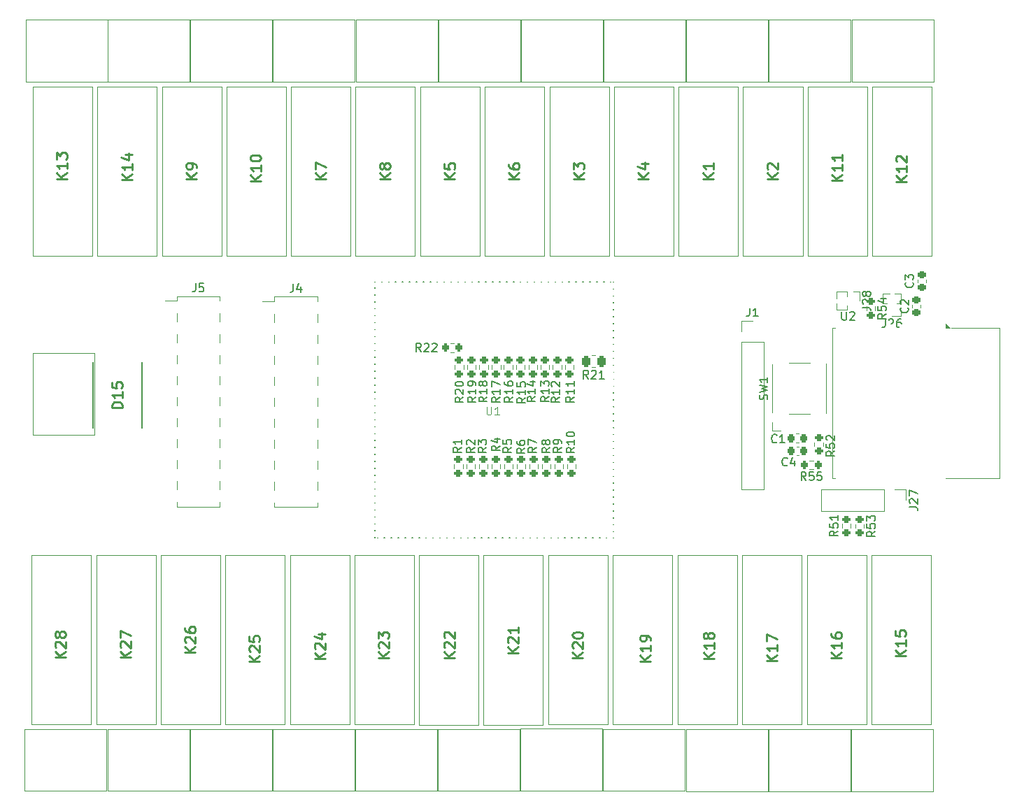
<source format=gto>
G04 #@! TF.GenerationSoftware,KiCad,Pcbnew,8.0.6-8.0.6-0~ubuntu20.04.1*
G04 #@! TF.CreationDate,2024-11-10T22:02:34+01:00*
G04 #@! TF.ProjectId,home_auto,686f6d65-5f61-4757-946f-2e6b69636164,rev?*
G04 #@! TF.SameCoordinates,Original*
G04 #@! TF.FileFunction,Legend,Top*
G04 #@! TF.FilePolarity,Positive*
%FSLAX46Y46*%
G04 Gerber Fmt 4.6, Leading zero omitted, Abs format (unit mm)*
G04 Created by KiCad (PCBNEW 8.0.6-8.0.6-0~ubuntu20.04.1) date 2024-11-10 22:02:34*
%MOMM*%
%LPD*%
G01*
G04 APERTURE LIST*
G04 Aperture macros list*
%AMRoundRect*
0 Rectangle with rounded corners*
0 $1 Rounding radius*
0 $2 $3 $4 $5 $6 $7 $8 $9 X,Y pos of 4 corners*
0 Add a 4 corners polygon primitive as box body*
4,1,4,$2,$3,$4,$5,$6,$7,$8,$9,$2,$3,0*
0 Add four circle primitives for the rounded corners*
1,1,$1+$1,$2,$3*
1,1,$1+$1,$4,$5*
1,1,$1+$1,$6,$7*
1,1,$1+$1,$8,$9*
0 Add four rect primitives between the rounded corners*
20,1,$1+$1,$2,$3,$4,$5,0*
20,1,$1+$1,$4,$5,$6,$7,0*
20,1,$1+$1,$6,$7,$8,$9,0*
20,1,$1+$1,$8,$9,$2,$3,0*%
G04 Aperture macros list end*
%ADD10C,0.150000*%
%ADD11C,0.254000*%
%ADD12C,0.100000*%
%ADD13C,0.120000*%
%ADD14C,0.200000*%
%ADD15RoundRect,0.250000X0.262500X0.450000X-0.262500X0.450000X-0.262500X-0.450000X0.262500X-0.450000X0*%
%ADD16C,1.650000*%
%ADD17C,1.950000*%
%ADD18RoundRect,0.200000X-0.275000X0.200000X-0.275000X-0.200000X0.275000X-0.200000X0.275000X0.200000X0*%
%ADD19RoundRect,0.200000X0.275000X-0.200000X0.275000X0.200000X-0.275000X0.200000X-0.275000X-0.200000X0*%
%ADD20R,0.900000X1.500000*%
%ADD21C,0.600000*%
%ADD22R,2.900000X2.900000*%
%ADD23R,3.150000X1.000000*%
%ADD24RoundRect,0.225000X0.225000X0.250000X-0.225000X0.250000X-0.225000X-0.250000X0.225000X-0.250000X0*%
%ADD25R,1.700000X1.700000*%
%ADD26O,1.700000X1.700000*%
%ADD27R,1.400000X1.600000*%
%ADD28RoundRect,0.225000X0.250000X-0.225000X0.250000X0.225000X-0.250000X0.225000X-0.250000X-0.225000X0*%
%ADD29R,3.150000X2.200000*%
%ADD30R,1.000000X1.000000*%
%ADD31O,1.000000X1.000000*%
%ADD32RoundRect,0.200000X-0.200000X-0.275000X0.200000X-0.275000X0.200000X0.275000X-0.200000X0.275000X0*%
G04 APERTURE END LIST*
D10*
X210237142Y-93534819D02*
X209903809Y-93058628D01*
X209665714Y-93534819D02*
X209665714Y-92534819D01*
X209665714Y-92534819D02*
X210046666Y-92534819D01*
X210046666Y-92534819D02*
X210141904Y-92582438D01*
X210141904Y-92582438D02*
X210189523Y-92630057D01*
X210189523Y-92630057D02*
X210237142Y-92725295D01*
X210237142Y-92725295D02*
X210237142Y-92868152D01*
X210237142Y-92868152D02*
X210189523Y-92963390D01*
X210189523Y-92963390D02*
X210141904Y-93011009D01*
X210141904Y-93011009D02*
X210046666Y-93058628D01*
X210046666Y-93058628D02*
X209665714Y-93058628D01*
X210618095Y-92630057D02*
X210665714Y-92582438D01*
X210665714Y-92582438D02*
X210760952Y-92534819D01*
X210760952Y-92534819D02*
X210999047Y-92534819D01*
X210999047Y-92534819D02*
X211094285Y-92582438D01*
X211094285Y-92582438D02*
X211141904Y-92630057D01*
X211141904Y-92630057D02*
X211189523Y-92725295D01*
X211189523Y-92725295D02*
X211189523Y-92820533D01*
X211189523Y-92820533D02*
X211141904Y-92963390D01*
X211141904Y-92963390D02*
X210570476Y-93534819D01*
X210570476Y-93534819D02*
X211189523Y-93534819D01*
X212141904Y-93534819D02*
X211570476Y-93534819D01*
X211856190Y-93534819D02*
X211856190Y-92534819D01*
X211856190Y-92534819D02*
X211760952Y-92677676D01*
X211760952Y-92677676D02*
X211665714Y-92772914D01*
X211665714Y-92772914D02*
X211570476Y-92820533D01*
D11*
X178364318Y-127482143D02*
X177094318Y-127482143D01*
X178364318Y-126756428D02*
X177638603Y-127300714D01*
X177094318Y-126756428D02*
X177820032Y-127482143D01*
X177215270Y-126272619D02*
X177154794Y-126212143D01*
X177154794Y-126212143D02*
X177094318Y-126091190D01*
X177094318Y-126091190D02*
X177094318Y-125788809D01*
X177094318Y-125788809D02*
X177154794Y-125667857D01*
X177154794Y-125667857D02*
X177215270Y-125607381D01*
X177215270Y-125607381D02*
X177336222Y-125546904D01*
X177336222Y-125546904D02*
X177457175Y-125546904D01*
X177457175Y-125546904D02*
X177638603Y-125607381D01*
X177638603Y-125607381D02*
X178364318Y-126333095D01*
X178364318Y-126333095D02*
X178364318Y-125546904D01*
X177517651Y-124458333D02*
X178364318Y-124458333D01*
X177033842Y-124760714D02*
X177940984Y-125063095D01*
X177940984Y-125063095D02*
X177940984Y-124276904D01*
D10*
X205594819Y-101896666D02*
X205118628Y-102229999D01*
X205594819Y-102468094D02*
X204594819Y-102468094D01*
X204594819Y-102468094D02*
X204594819Y-102087142D01*
X204594819Y-102087142D02*
X204642438Y-101991904D01*
X204642438Y-101991904D02*
X204690057Y-101944285D01*
X204690057Y-101944285D02*
X204785295Y-101896666D01*
X204785295Y-101896666D02*
X204928152Y-101896666D01*
X204928152Y-101896666D02*
X205023390Y-101944285D01*
X205023390Y-101944285D02*
X205071009Y-101991904D01*
X205071009Y-101991904D02*
X205118628Y-102087142D01*
X205118628Y-102087142D02*
X205118628Y-102468094D01*
X205023390Y-101325237D02*
X204975771Y-101420475D01*
X204975771Y-101420475D02*
X204928152Y-101468094D01*
X204928152Y-101468094D02*
X204832914Y-101515713D01*
X204832914Y-101515713D02*
X204785295Y-101515713D01*
X204785295Y-101515713D02*
X204690057Y-101468094D01*
X204690057Y-101468094D02*
X204642438Y-101420475D01*
X204642438Y-101420475D02*
X204594819Y-101325237D01*
X204594819Y-101325237D02*
X204594819Y-101134761D01*
X204594819Y-101134761D02*
X204642438Y-101039523D01*
X204642438Y-101039523D02*
X204690057Y-100991904D01*
X204690057Y-100991904D02*
X204785295Y-100944285D01*
X204785295Y-100944285D02*
X204832914Y-100944285D01*
X204832914Y-100944285D02*
X204928152Y-100991904D01*
X204928152Y-100991904D02*
X204975771Y-101039523D01*
X204975771Y-101039523D02*
X205023390Y-101134761D01*
X205023390Y-101134761D02*
X205023390Y-101325237D01*
X205023390Y-101325237D02*
X205071009Y-101420475D01*
X205071009Y-101420475D02*
X205118628Y-101468094D01*
X205118628Y-101468094D02*
X205213866Y-101515713D01*
X205213866Y-101515713D02*
X205404342Y-101515713D01*
X205404342Y-101515713D02*
X205499580Y-101468094D01*
X205499580Y-101468094D02*
X205547200Y-101420475D01*
X205547200Y-101420475D02*
X205594819Y-101325237D01*
X205594819Y-101325237D02*
X205594819Y-101134761D01*
X205594819Y-101134761D02*
X205547200Y-101039523D01*
X205547200Y-101039523D02*
X205499580Y-100991904D01*
X205499580Y-100991904D02*
X205404342Y-100944285D01*
X205404342Y-100944285D02*
X205213866Y-100944285D01*
X205213866Y-100944285D02*
X205118628Y-100991904D01*
X205118628Y-100991904D02*
X205071009Y-101039523D01*
X205071009Y-101039523D02*
X205023390Y-101134761D01*
X202614819Y-95857857D02*
X202138628Y-96191190D01*
X202614819Y-96429285D02*
X201614819Y-96429285D01*
X201614819Y-96429285D02*
X201614819Y-96048333D01*
X201614819Y-96048333D02*
X201662438Y-95953095D01*
X201662438Y-95953095D02*
X201710057Y-95905476D01*
X201710057Y-95905476D02*
X201805295Y-95857857D01*
X201805295Y-95857857D02*
X201948152Y-95857857D01*
X201948152Y-95857857D02*
X202043390Y-95905476D01*
X202043390Y-95905476D02*
X202091009Y-95953095D01*
X202091009Y-95953095D02*
X202138628Y-96048333D01*
X202138628Y-96048333D02*
X202138628Y-96429285D01*
X202614819Y-94905476D02*
X202614819Y-95476904D01*
X202614819Y-95191190D02*
X201614819Y-95191190D01*
X201614819Y-95191190D02*
X201757676Y-95286428D01*
X201757676Y-95286428D02*
X201852914Y-95381666D01*
X201852914Y-95381666D02*
X201900533Y-95476904D01*
X201614819Y-94000714D02*
X201614819Y-94476904D01*
X201614819Y-94476904D02*
X202091009Y-94524523D01*
X202091009Y-94524523D02*
X202043390Y-94476904D01*
X202043390Y-94476904D02*
X201995771Y-94381666D01*
X201995771Y-94381666D02*
X201995771Y-94143571D01*
X201995771Y-94143571D02*
X202043390Y-94048333D01*
X202043390Y-94048333D02*
X202091009Y-94000714D01*
X202091009Y-94000714D02*
X202186247Y-93953095D01*
X202186247Y-93953095D02*
X202424342Y-93953095D01*
X202424342Y-93953095D02*
X202519580Y-94000714D01*
X202519580Y-94000714D02*
X202567200Y-94048333D01*
X202567200Y-94048333D02*
X202614819Y-94143571D01*
X202614819Y-94143571D02*
X202614819Y-94381666D01*
X202614819Y-94381666D02*
X202567200Y-94476904D01*
X202567200Y-94476904D02*
X202519580Y-94524523D01*
X197974819Y-95742857D02*
X197498628Y-96076190D01*
X197974819Y-96314285D02*
X196974819Y-96314285D01*
X196974819Y-96314285D02*
X196974819Y-95933333D01*
X196974819Y-95933333D02*
X197022438Y-95838095D01*
X197022438Y-95838095D02*
X197070057Y-95790476D01*
X197070057Y-95790476D02*
X197165295Y-95742857D01*
X197165295Y-95742857D02*
X197308152Y-95742857D01*
X197308152Y-95742857D02*
X197403390Y-95790476D01*
X197403390Y-95790476D02*
X197451009Y-95838095D01*
X197451009Y-95838095D02*
X197498628Y-95933333D01*
X197498628Y-95933333D02*
X197498628Y-96314285D01*
X197974819Y-94790476D02*
X197974819Y-95361904D01*
X197974819Y-95076190D02*
X196974819Y-95076190D01*
X196974819Y-95076190D02*
X197117676Y-95171428D01*
X197117676Y-95171428D02*
X197212914Y-95266666D01*
X197212914Y-95266666D02*
X197260533Y-95361904D01*
X197403390Y-94219047D02*
X197355771Y-94314285D01*
X197355771Y-94314285D02*
X197308152Y-94361904D01*
X197308152Y-94361904D02*
X197212914Y-94409523D01*
X197212914Y-94409523D02*
X197165295Y-94409523D01*
X197165295Y-94409523D02*
X197070057Y-94361904D01*
X197070057Y-94361904D02*
X197022438Y-94314285D01*
X197022438Y-94314285D02*
X196974819Y-94219047D01*
X196974819Y-94219047D02*
X196974819Y-94028571D01*
X196974819Y-94028571D02*
X197022438Y-93933333D01*
X197022438Y-93933333D02*
X197070057Y-93885714D01*
X197070057Y-93885714D02*
X197165295Y-93838095D01*
X197165295Y-93838095D02*
X197212914Y-93838095D01*
X197212914Y-93838095D02*
X197308152Y-93885714D01*
X197308152Y-93885714D02*
X197355771Y-93933333D01*
X197355771Y-93933333D02*
X197403390Y-94028571D01*
X197403390Y-94028571D02*
X197403390Y-94219047D01*
X197403390Y-94219047D02*
X197451009Y-94314285D01*
X197451009Y-94314285D02*
X197498628Y-94361904D01*
X197498628Y-94361904D02*
X197593866Y-94409523D01*
X197593866Y-94409523D02*
X197784342Y-94409523D01*
X197784342Y-94409523D02*
X197879580Y-94361904D01*
X197879580Y-94361904D02*
X197927200Y-94314285D01*
X197927200Y-94314285D02*
X197974819Y-94219047D01*
X197974819Y-94219047D02*
X197974819Y-94028571D01*
X197974819Y-94028571D02*
X197927200Y-93933333D01*
X197927200Y-93933333D02*
X197879580Y-93885714D01*
X197879580Y-93885714D02*
X197784342Y-93838095D01*
X197784342Y-93838095D02*
X197593866Y-93838095D01*
X197593866Y-93838095D02*
X197498628Y-93885714D01*
X197498628Y-93885714D02*
X197451009Y-93933333D01*
X197451009Y-93933333D02*
X197403390Y-94028571D01*
X240908095Y-85434819D02*
X240908095Y-86244342D01*
X240908095Y-86244342D02*
X240955714Y-86339580D01*
X240955714Y-86339580D02*
X241003333Y-86387200D01*
X241003333Y-86387200D02*
X241098571Y-86434819D01*
X241098571Y-86434819D02*
X241289047Y-86434819D01*
X241289047Y-86434819D02*
X241384285Y-86387200D01*
X241384285Y-86387200D02*
X241431904Y-86339580D01*
X241431904Y-86339580D02*
X241479523Y-86244342D01*
X241479523Y-86244342D02*
X241479523Y-85434819D01*
X241908095Y-85530057D02*
X241955714Y-85482438D01*
X241955714Y-85482438D02*
X242050952Y-85434819D01*
X242050952Y-85434819D02*
X242289047Y-85434819D01*
X242289047Y-85434819D02*
X242384285Y-85482438D01*
X242384285Y-85482438D02*
X242431904Y-85530057D01*
X242431904Y-85530057D02*
X242479523Y-85625295D01*
X242479523Y-85625295D02*
X242479523Y-85720533D01*
X242479523Y-85720533D02*
X242431904Y-85863390D01*
X242431904Y-85863390D02*
X241860476Y-86434819D01*
X241860476Y-86434819D02*
X242479523Y-86434819D01*
D11*
X217744318Y-127762143D02*
X216474318Y-127762143D01*
X217744318Y-127036428D02*
X217018603Y-127580714D01*
X216474318Y-127036428D02*
X217200032Y-127762143D01*
X217744318Y-125826904D02*
X217744318Y-126552619D01*
X217744318Y-126189762D02*
X216474318Y-126189762D01*
X216474318Y-126189762D02*
X216655746Y-126310714D01*
X216655746Y-126310714D02*
X216776699Y-126431666D01*
X216776699Y-126431666D02*
X216837175Y-126552619D01*
X217744318Y-125222142D02*
X217744318Y-124980238D01*
X217744318Y-124980238D02*
X217683842Y-124859285D01*
X217683842Y-124859285D02*
X217623365Y-124798809D01*
X217623365Y-124798809D02*
X217441937Y-124677857D01*
X217441937Y-124677857D02*
X217200032Y-124617380D01*
X217200032Y-124617380D02*
X216716222Y-124617380D01*
X216716222Y-124617380D02*
X216595270Y-124677857D01*
X216595270Y-124677857D02*
X216534794Y-124738333D01*
X216534794Y-124738333D02*
X216474318Y-124859285D01*
X216474318Y-124859285D02*
X216474318Y-125101190D01*
X216474318Y-125101190D02*
X216534794Y-125222142D01*
X216534794Y-125222142D02*
X216595270Y-125282619D01*
X216595270Y-125282619D02*
X216716222Y-125343095D01*
X216716222Y-125343095D02*
X217018603Y-125343095D01*
X217018603Y-125343095D02*
X217139556Y-125282619D01*
X217139556Y-125282619D02*
X217200032Y-125222142D01*
X217200032Y-125222142D02*
X217260508Y-125101190D01*
X217260508Y-125101190D02*
X217260508Y-124859285D01*
X217260508Y-124859285D02*
X217200032Y-124738333D01*
X217200032Y-124738333D02*
X217139556Y-124677857D01*
X217139556Y-124677857D02*
X217018603Y-124617380D01*
D10*
X162691666Y-82014819D02*
X162691666Y-82729104D01*
X162691666Y-82729104D02*
X162644047Y-82871961D01*
X162644047Y-82871961D02*
X162548809Y-82967200D01*
X162548809Y-82967200D02*
X162405952Y-83014819D01*
X162405952Y-83014819D02*
X162310714Y-83014819D01*
X163644047Y-82014819D02*
X163167857Y-82014819D01*
X163167857Y-82014819D02*
X163120238Y-82491009D01*
X163120238Y-82491009D02*
X163167857Y-82443390D01*
X163167857Y-82443390D02*
X163263095Y-82395771D01*
X163263095Y-82395771D02*
X163501190Y-82395771D01*
X163501190Y-82395771D02*
X163596428Y-82443390D01*
X163596428Y-82443390D02*
X163644047Y-82491009D01*
X163644047Y-82491009D02*
X163691666Y-82586247D01*
X163691666Y-82586247D02*
X163691666Y-82824342D01*
X163691666Y-82824342D02*
X163644047Y-82919580D01*
X163644047Y-82919580D02*
X163596428Y-82967200D01*
X163596428Y-82967200D02*
X163501190Y-83014819D01*
X163501190Y-83014819D02*
X163263095Y-83014819D01*
X163263095Y-83014819D02*
X163167857Y-82967200D01*
X163167857Y-82967200D02*
X163120238Y-82919580D01*
X208504819Y-95757857D02*
X208028628Y-96091190D01*
X208504819Y-96329285D02*
X207504819Y-96329285D01*
X207504819Y-96329285D02*
X207504819Y-95948333D01*
X207504819Y-95948333D02*
X207552438Y-95853095D01*
X207552438Y-95853095D02*
X207600057Y-95805476D01*
X207600057Y-95805476D02*
X207695295Y-95757857D01*
X207695295Y-95757857D02*
X207838152Y-95757857D01*
X207838152Y-95757857D02*
X207933390Y-95805476D01*
X207933390Y-95805476D02*
X207981009Y-95853095D01*
X207981009Y-95853095D02*
X208028628Y-95948333D01*
X208028628Y-95948333D02*
X208028628Y-96329285D01*
X208504819Y-94805476D02*
X208504819Y-95376904D01*
X208504819Y-95091190D02*
X207504819Y-95091190D01*
X207504819Y-95091190D02*
X207647676Y-95186428D01*
X207647676Y-95186428D02*
X207742914Y-95281666D01*
X207742914Y-95281666D02*
X207790533Y-95376904D01*
X208504819Y-93853095D02*
X208504819Y-94424523D01*
X208504819Y-94138809D02*
X207504819Y-94138809D01*
X207504819Y-94138809D02*
X207647676Y-94234047D01*
X207647676Y-94234047D02*
X207742914Y-94329285D01*
X207742914Y-94329285D02*
X207790533Y-94424523D01*
X197894819Y-101861666D02*
X197418628Y-102194999D01*
X197894819Y-102433094D02*
X196894819Y-102433094D01*
X196894819Y-102433094D02*
X196894819Y-102052142D01*
X196894819Y-102052142D02*
X196942438Y-101956904D01*
X196942438Y-101956904D02*
X196990057Y-101909285D01*
X196990057Y-101909285D02*
X197085295Y-101861666D01*
X197085295Y-101861666D02*
X197228152Y-101861666D01*
X197228152Y-101861666D02*
X197323390Y-101909285D01*
X197323390Y-101909285D02*
X197371009Y-101956904D01*
X197371009Y-101956904D02*
X197418628Y-102052142D01*
X197418628Y-102052142D02*
X197418628Y-102433094D01*
X196894819Y-101528332D02*
X196894819Y-100909285D01*
X196894819Y-100909285D02*
X197275771Y-101242618D01*
X197275771Y-101242618D02*
X197275771Y-101099761D01*
X197275771Y-101099761D02*
X197323390Y-101004523D01*
X197323390Y-101004523D02*
X197371009Y-100956904D01*
X197371009Y-100956904D02*
X197466247Y-100909285D01*
X197466247Y-100909285D02*
X197704342Y-100909285D01*
X197704342Y-100909285D02*
X197799580Y-100956904D01*
X197799580Y-100956904D02*
X197847200Y-101004523D01*
X197847200Y-101004523D02*
X197894819Y-101099761D01*
X197894819Y-101099761D02*
X197894819Y-101385475D01*
X197894819Y-101385475D02*
X197847200Y-101480713D01*
X197847200Y-101480713D02*
X197799580Y-101528332D01*
X208554819Y-101872857D02*
X208078628Y-102206190D01*
X208554819Y-102444285D02*
X207554819Y-102444285D01*
X207554819Y-102444285D02*
X207554819Y-102063333D01*
X207554819Y-102063333D02*
X207602438Y-101968095D01*
X207602438Y-101968095D02*
X207650057Y-101920476D01*
X207650057Y-101920476D02*
X207745295Y-101872857D01*
X207745295Y-101872857D02*
X207888152Y-101872857D01*
X207888152Y-101872857D02*
X207983390Y-101920476D01*
X207983390Y-101920476D02*
X208031009Y-101968095D01*
X208031009Y-101968095D02*
X208078628Y-102063333D01*
X208078628Y-102063333D02*
X208078628Y-102444285D01*
X208554819Y-100920476D02*
X208554819Y-101491904D01*
X208554819Y-101206190D02*
X207554819Y-101206190D01*
X207554819Y-101206190D02*
X207697676Y-101301428D01*
X207697676Y-101301428D02*
X207792914Y-101396666D01*
X207792914Y-101396666D02*
X207840533Y-101491904D01*
X207554819Y-100301428D02*
X207554819Y-100206190D01*
X207554819Y-100206190D02*
X207602438Y-100110952D01*
X207602438Y-100110952D02*
X207650057Y-100063333D01*
X207650057Y-100063333D02*
X207745295Y-100015714D01*
X207745295Y-100015714D02*
X207935771Y-99968095D01*
X207935771Y-99968095D02*
X208173866Y-99968095D01*
X208173866Y-99968095D02*
X208364342Y-100015714D01*
X208364342Y-100015714D02*
X208459580Y-100063333D01*
X208459580Y-100063333D02*
X208507200Y-100110952D01*
X208507200Y-100110952D02*
X208554819Y-100206190D01*
X208554819Y-100206190D02*
X208554819Y-100301428D01*
X208554819Y-100301428D02*
X208507200Y-100396666D01*
X208507200Y-100396666D02*
X208459580Y-100444285D01*
X208459580Y-100444285D02*
X208364342Y-100491904D01*
X208364342Y-100491904D02*
X208173866Y-100539523D01*
X208173866Y-100539523D02*
X207935771Y-100539523D01*
X207935771Y-100539523D02*
X207745295Y-100491904D01*
X207745295Y-100491904D02*
X207650057Y-100444285D01*
X207650057Y-100444285D02*
X207602438Y-100396666D01*
X207602438Y-100396666D02*
X207554819Y-100301428D01*
X200929265Y-101861666D02*
X200453074Y-102194999D01*
X200929265Y-102433094D02*
X199929265Y-102433094D01*
X199929265Y-102433094D02*
X199929265Y-102052142D01*
X199929265Y-102052142D02*
X199976884Y-101956904D01*
X199976884Y-101956904D02*
X200024503Y-101909285D01*
X200024503Y-101909285D02*
X200119741Y-101861666D01*
X200119741Y-101861666D02*
X200262598Y-101861666D01*
X200262598Y-101861666D02*
X200357836Y-101909285D01*
X200357836Y-101909285D02*
X200405455Y-101956904D01*
X200405455Y-101956904D02*
X200453074Y-102052142D01*
X200453074Y-102052142D02*
X200453074Y-102433094D01*
X199929265Y-100956904D02*
X199929265Y-101433094D01*
X199929265Y-101433094D02*
X200405455Y-101480713D01*
X200405455Y-101480713D02*
X200357836Y-101433094D01*
X200357836Y-101433094D02*
X200310217Y-101337856D01*
X200310217Y-101337856D02*
X200310217Y-101099761D01*
X200310217Y-101099761D02*
X200357836Y-101004523D01*
X200357836Y-101004523D02*
X200405455Y-100956904D01*
X200405455Y-100956904D02*
X200500693Y-100909285D01*
X200500693Y-100909285D02*
X200738788Y-100909285D01*
X200738788Y-100909285D02*
X200834026Y-100956904D01*
X200834026Y-100956904D02*
X200881646Y-101004523D01*
X200881646Y-101004523D02*
X200929265Y-101099761D01*
X200929265Y-101099761D02*
X200929265Y-101337856D01*
X200929265Y-101337856D02*
X200881646Y-101433094D01*
X200881646Y-101433094D02*
X200834026Y-101480713D01*
D11*
X217509318Y-69352381D02*
X216239318Y-69352381D01*
X217509318Y-68626666D02*
X216783603Y-69170952D01*
X216239318Y-68626666D02*
X216965032Y-69352381D01*
X216662651Y-67538095D02*
X217509318Y-67538095D01*
X216178842Y-67840476D02*
X217085984Y-68142857D01*
X217085984Y-68142857D02*
X217085984Y-67356666D01*
X186084318Y-127362143D02*
X184814318Y-127362143D01*
X186084318Y-126636428D02*
X185358603Y-127180714D01*
X184814318Y-126636428D02*
X185540032Y-127362143D01*
X184935270Y-126152619D02*
X184874794Y-126092143D01*
X184874794Y-126092143D02*
X184814318Y-125971190D01*
X184814318Y-125971190D02*
X184814318Y-125668809D01*
X184814318Y-125668809D02*
X184874794Y-125547857D01*
X184874794Y-125547857D02*
X184935270Y-125487381D01*
X184935270Y-125487381D02*
X185056222Y-125426904D01*
X185056222Y-125426904D02*
X185177175Y-125426904D01*
X185177175Y-125426904D02*
X185358603Y-125487381D01*
X185358603Y-125487381D02*
X186084318Y-126213095D01*
X186084318Y-126213095D02*
X186084318Y-125426904D01*
X184814318Y-125003571D02*
X184814318Y-124217380D01*
X184814318Y-124217380D02*
X185298127Y-124640714D01*
X185298127Y-124640714D02*
X185298127Y-124459285D01*
X185298127Y-124459285D02*
X185358603Y-124338333D01*
X185358603Y-124338333D02*
X185419080Y-124277857D01*
X185419080Y-124277857D02*
X185540032Y-124217380D01*
X185540032Y-124217380D02*
X185842413Y-124217380D01*
X185842413Y-124217380D02*
X185963365Y-124277857D01*
X185963365Y-124277857D02*
X186023842Y-124338333D01*
X186023842Y-124338333D02*
X186084318Y-124459285D01*
X186084318Y-124459285D02*
X186084318Y-124822142D01*
X186084318Y-124822142D02*
X186023842Y-124943095D01*
X186023842Y-124943095D02*
X185963365Y-125003571D01*
D10*
X194858157Y-101861666D02*
X194381966Y-102194999D01*
X194858157Y-102433094D02*
X193858157Y-102433094D01*
X193858157Y-102433094D02*
X193858157Y-102052142D01*
X193858157Y-102052142D02*
X193905776Y-101956904D01*
X193905776Y-101956904D02*
X193953395Y-101909285D01*
X193953395Y-101909285D02*
X194048633Y-101861666D01*
X194048633Y-101861666D02*
X194191490Y-101861666D01*
X194191490Y-101861666D02*
X194286728Y-101909285D01*
X194286728Y-101909285D02*
X194334347Y-101956904D01*
X194334347Y-101956904D02*
X194381966Y-102052142D01*
X194381966Y-102052142D02*
X194381966Y-102433094D01*
X194858157Y-100909285D02*
X194858157Y-101480713D01*
X194858157Y-101194999D02*
X193858157Y-101194999D01*
X193858157Y-101194999D02*
X194001014Y-101290237D01*
X194001014Y-101290237D02*
X194096252Y-101385475D01*
X194096252Y-101385475D02*
X194143871Y-101480713D01*
X196464819Y-101906666D02*
X195988628Y-102239999D01*
X196464819Y-102478094D02*
X195464819Y-102478094D01*
X195464819Y-102478094D02*
X195464819Y-102097142D01*
X195464819Y-102097142D02*
X195512438Y-102001904D01*
X195512438Y-102001904D02*
X195560057Y-101954285D01*
X195560057Y-101954285D02*
X195655295Y-101906666D01*
X195655295Y-101906666D02*
X195798152Y-101906666D01*
X195798152Y-101906666D02*
X195893390Y-101954285D01*
X195893390Y-101954285D02*
X195941009Y-102001904D01*
X195941009Y-102001904D02*
X195988628Y-102097142D01*
X195988628Y-102097142D02*
X195988628Y-102478094D01*
X195560057Y-101525713D02*
X195512438Y-101478094D01*
X195512438Y-101478094D02*
X195464819Y-101382856D01*
X195464819Y-101382856D02*
X195464819Y-101144761D01*
X195464819Y-101144761D02*
X195512438Y-101049523D01*
X195512438Y-101049523D02*
X195560057Y-101001904D01*
X195560057Y-101001904D02*
X195655295Y-100954285D01*
X195655295Y-100954285D02*
X195750533Y-100954285D01*
X195750533Y-100954285D02*
X195893390Y-101001904D01*
X195893390Y-101001904D02*
X196464819Y-101573332D01*
X196464819Y-101573332D02*
X196464819Y-100954285D01*
X199514819Y-101676666D02*
X199038628Y-102009999D01*
X199514819Y-102248094D02*
X198514819Y-102248094D01*
X198514819Y-102248094D02*
X198514819Y-101867142D01*
X198514819Y-101867142D02*
X198562438Y-101771904D01*
X198562438Y-101771904D02*
X198610057Y-101724285D01*
X198610057Y-101724285D02*
X198705295Y-101676666D01*
X198705295Y-101676666D02*
X198848152Y-101676666D01*
X198848152Y-101676666D02*
X198943390Y-101724285D01*
X198943390Y-101724285D02*
X198991009Y-101771904D01*
X198991009Y-101771904D02*
X199038628Y-101867142D01*
X199038628Y-101867142D02*
X199038628Y-102248094D01*
X198848152Y-100819523D02*
X199514819Y-100819523D01*
X198467200Y-101057618D02*
X199181485Y-101295713D01*
X199181485Y-101295713D02*
X199181485Y-100676666D01*
X244954819Y-112032857D02*
X244478628Y-112366190D01*
X244954819Y-112604285D02*
X243954819Y-112604285D01*
X243954819Y-112604285D02*
X243954819Y-112223333D01*
X243954819Y-112223333D02*
X244002438Y-112128095D01*
X244002438Y-112128095D02*
X244050057Y-112080476D01*
X244050057Y-112080476D02*
X244145295Y-112032857D01*
X244145295Y-112032857D02*
X244288152Y-112032857D01*
X244288152Y-112032857D02*
X244383390Y-112080476D01*
X244383390Y-112080476D02*
X244431009Y-112128095D01*
X244431009Y-112128095D02*
X244478628Y-112223333D01*
X244478628Y-112223333D02*
X244478628Y-112604285D01*
X243954819Y-111128095D02*
X243954819Y-111604285D01*
X243954819Y-111604285D02*
X244431009Y-111651904D01*
X244431009Y-111651904D02*
X244383390Y-111604285D01*
X244383390Y-111604285D02*
X244335771Y-111509047D01*
X244335771Y-111509047D02*
X244335771Y-111270952D01*
X244335771Y-111270952D02*
X244383390Y-111175714D01*
X244383390Y-111175714D02*
X244431009Y-111128095D01*
X244431009Y-111128095D02*
X244526247Y-111080476D01*
X244526247Y-111080476D02*
X244764342Y-111080476D01*
X244764342Y-111080476D02*
X244859580Y-111128095D01*
X244859580Y-111128095D02*
X244907200Y-111175714D01*
X244907200Y-111175714D02*
X244954819Y-111270952D01*
X244954819Y-111270952D02*
X244954819Y-111509047D01*
X244954819Y-111509047D02*
X244907200Y-111604285D01*
X244907200Y-111604285D02*
X244859580Y-111651904D01*
X243954819Y-110747142D02*
X243954819Y-110128095D01*
X243954819Y-110128095D02*
X244335771Y-110461428D01*
X244335771Y-110461428D02*
X244335771Y-110318571D01*
X244335771Y-110318571D02*
X244383390Y-110223333D01*
X244383390Y-110223333D02*
X244431009Y-110175714D01*
X244431009Y-110175714D02*
X244526247Y-110128095D01*
X244526247Y-110128095D02*
X244764342Y-110128095D01*
X244764342Y-110128095D02*
X244859580Y-110175714D01*
X244859580Y-110175714D02*
X244907200Y-110223333D01*
X244907200Y-110223333D02*
X244954819Y-110318571D01*
X244954819Y-110318571D02*
X244954819Y-110604285D01*
X244954819Y-110604285D02*
X244907200Y-110699523D01*
X244907200Y-110699523D02*
X244859580Y-110747142D01*
X233043333Y-101209580D02*
X232995714Y-101257200D01*
X232995714Y-101257200D02*
X232852857Y-101304819D01*
X232852857Y-101304819D02*
X232757619Y-101304819D01*
X232757619Y-101304819D02*
X232614762Y-101257200D01*
X232614762Y-101257200D02*
X232519524Y-101161961D01*
X232519524Y-101161961D02*
X232471905Y-101066723D01*
X232471905Y-101066723D02*
X232424286Y-100876247D01*
X232424286Y-100876247D02*
X232424286Y-100733390D01*
X232424286Y-100733390D02*
X232471905Y-100542914D01*
X232471905Y-100542914D02*
X232519524Y-100447676D01*
X232519524Y-100447676D02*
X232614762Y-100352438D01*
X232614762Y-100352438D02*
X232757619Y-100304819D01*
X232757619Y-100304819D02*
X232852857Y-100304819D01*
X232852857Y-100304819D02*
X232995714Y-100352438D01*
X232995714Y-100352438D02*
X233043333Y-100400057D01*
X233995714Y-101304819D02*
X233424286Y-101304819D01*
X233710000Y-101304819D02*
X233710000Y-100304819D01*
X233710000Y-100304819D02*
X233614762Y-100447676D01*
X233614762Y-100447676D02*
X233519524Y-100542914D01*
X233519524Y-100542914D02*
X233424286Y-100590533D01*
X229776666Y-84984819D02*
X229776666Y-85699104D01*
X229776666Y-85699104D02*
X229729047Y-85841961D01*
X229729047Y-85841961D02*
X229633809Y-85937200D01*
X229633809Y-85937200D02*
X229490952Y-85984819D01*
X229490952Y-85984819D02*
X229395714Y-85984819D01*
X230776666Y-85984819D02*
X230205238Y-85984819D01*
X230490952Y-85984819D02*
X230490952Y-84984819D01*
X230490952Y-84984819D02*
X230395714Y-85127676D01*
X230395714Y-85127676D02*
X230300476Y-85222914D01*
X230300476Y-85222914D02*
X230205238Y-85270533D01*
X240044819Y-102312857D02*
X239568628Y-102646190D01*
X240044819Y-102884285D02*
X239044819Y-102884285D01*
X239044819Y-102884285D02*
X239044819Y-102503333D01*
X239044819Y-102503333D02*
X239092438Y-102408095D01*
X239092438Y-102408095D02*
X239140057Y-102360476D01*
X239140057Y-102360476D02*
X239235295Y-102312857D01*
X239235295Y-102312857D02*
X239378152Y-102312857D01*
X239378152Y-102312857D02*
X239473390Y-102360476D01*
X239473390Y-102360476D02*
X239521009Y-102408095D01*
X239521009Y-102408095D02*
X239568628Y-102503333D01*
X239568628Y-102503333D02*
X239568628Y-102884285D01*
X239044819Y-101408095D02*
X239044819Y-101884285D01*
X239044819Y-101884285D02*
X239521009Y-101931904D01*
X239521009Y-101931904D02*
X239473390Y-101884285D01*
X239473390Y-101884285D02*
X239425771Y-101789047D01*
X239425771Y-101789047D02*
X239425771Y-101550952D01*
X239425771Y-101550952D02*
X239473390Y-101455714D01*
X239473390Y-101455714D02*
X239521009Y-101408095D01*
X239521009Y-101408095D02*
X239616247Y-101360476D01*
X239616247Y-101360476D02*
X239854342Y-101360476D01*
X239854342Y-101360476D02*
X239949580Y-101408095D01*
X239949580Y-101408095D02*
X239997200Y-101455714D01*
X239997200Y-101455714D02*
X240044819Y-101550952D01*
X240044819Y-101550952D02*
X240044819Y-101789047D01*
X240044819Y-101789047D02*
X239997200Y-101884285D01*
X239997200Y-101884285D02*
X239949580Y-101931904D01*
X239140057Y-100979523D02*
X239092438Y-100931904D01*
X239092438Y-100931904D02*
X239044819Y-100836666D01*
X239044819Y-100836666D02*
X239044819Y-100598571D01*
X239044819Y-100598571D02*
X239092438Y-100503333D01*
X239092438Y-100503333D02*
X239140057Y-100455714D01*
X239140057Y-100455714D02*
X239235295Y-100408095D01*
X239235295Y-100408095D02*
X239330533Y-100408095D01*
X239330533Y-100408095D02*
X239473390Y-100455714D01*
X239473390Y-100455714D02*
X240044819Y-101027142D01*
X240044819Y-101027142D02*
X240044819Y-100408095D01*
X199514815Y-95797857D02*
X199038624Y-96131190D01*
X199514815Y-96369285D02*
X198514815Y-96369285D01*
X198514815Y-96369285D02*
X198514815Y-95988333D01*
X198514815Y-95988333D02*
X198562434Y-95893095D01*
X198562434Y-95893095D02*
X198610053Y-95845476D01*
X198610053Y-95845476D02*
X198705291Y-95797857D01*
X198705291Y-95797857D02*
X198848148Y-95797857D01*
X198848148Y-95797857D02*
X198943386Y-95845476D01*
X198943386Y-95845476D02*
X198991005Y-95893095D01*
X198991005Y-95893095D02*
X199038624Y-95988333D01*
X199038624Y-95988333D02*
X199038624Y-96369285D01*
X199514815Y-94845476D02*
X199514815Y-95416904D01*
X199514815Y-95131190D02*
X198514815Y-95131190D01*
X198514815Y-95131190D02*
X198657672Y-95226428D01*
X198657672Y-95226428D02*
X198752910Y-95321666D01*
X198752910Y-95321666D02*
X198800529Y-95416904D01*
X198514815Y-94512142D02*
X198514815Y-93845476D01*
X198514815Y-93845476D02*
X199514815Y-94274047D01*
X203824815Y-95727857D02*
X203348624Y-96061190D01*
X203824815Y-96299285D02*
X202824815Y-96299285D01*
X202824815Y-96299285D02*
X202824815Y-95918333D01*
X202824815Y-95918333D02*
X202872434Y-95823095D01*
X202872434Y-95823095D02*
X202920053Y-95775476D01*
X202920053Y-95775476D02*
X203015291Y-95727857D01*
X203015291Y-95727857D02*
X203158148Y-95727857D01*
X203158148Y-95727857D02*
X203253386Y-95775476D01*
X203253386Y-95775476D02*
X203301005Y-95823095D01*
X203301005Y-95823095D02*
X203348624Y-95918333D01*
X203348624Y-95918333D02*
X203348624Y-96299285D01*
X203824815Y-94775476D02*
X203824815Y-95346904D01*
X203824815Y-95061190D02*
X202824815Y-95061190D01*
X202824815Y-95061190D02*
X202967672Y-95156428D01*
X202967672Y-95156428D02*
X203062910Y-95251666D01*
X203062910Y-95251666D02*
X203110529Y-95346904D01*
X203158148Y-93918333D02*
X203824815Y-93918333D01*
X202777196Y-94156428D02*
X203491481Y-94394523D01*
X203491481Y-94394523D02*
X203491481Y-93775476D01*
X207000373Y-101861666D02*
X206524182Y-102194999D01*
X207000373Y-102433094D02*
X206000373Y-102433094D01*
X206000373Y-102433094D02*
X206000373Y-102052142D01*
X206000373Y-102052142D02*
X206047992Y-101956904D01*
X206047992Y-101956904D02*
X206095611Y-101909285D01*
X206095611Y-101909285D02*
X206190849Y-101861666D01*
X206190849Y-101861666D02*
X206333706Y-101861666D01*
X206333706Y-101861666D02*
X206428944Y-101909285D01*
X206428944Y-101909285D02*
X206476563Y-101956904D01*
X206476563Y-101956904D02*
X206524182Y-102052142D01*
X206524182Y-102052142D02*
X206524182Y-102433094D01*
X207000373Y-101385475D02*
X207000373Y-101194999D01*
X207000373Y-101194999D02*
X206952754Y-101099761D01*
X206952754Y-101099761D02*
X206905134Y-101052142D01*
X206905134Y-101052142D02*
X206762277Y-100956904D01*
X206762277Y-100956904D02*
X206571801Y-100909285D01*
X206571801Y-100909285D02*
X206190849Y-100909285D01*
X206190849Y-100909285D02*
X206095611Y-100956904D01*
X206095611Y-100956904D02*
X206047992Y-101004523D01*
X206047992Y-101004523D02*
X206000373Y-101099761D01*
X206000373Y-101099761D02*
X206000373Y-101290237D01*
X206000373Y-101290237D02*
X206047992Y-101385475D01*
X206047992Y-101385475D02*
X206095611Y-101433094D01*
X206095611Y-101433094D02*
X206190849Y-101480713D01*
X206190849Y-101480713D02*
X206428944Y-101480713D01*
X206428944Y-101480713D02*
X206524182Y-101433094D01*
X206524182Y-101433094D02*
X206571801Y-101385475D01*
X206571801Y-101385475D02*
X206619420Y-101290237D01*
X206619420Y-101290237D02*
X206619420Y-101099761D01*
X206619420Y-101099761D02*
X206571801Y-101004523D01*
X206571801Y-101004523D02*
X206524182Y-100956904D01*
X206524182Y-100956904D02*
X206428944Y-100909285D01*
D11*
X162806818Y-69352381D02*
X161536818Y-69352381D01*
X162806818Y-68626666D02*
X162081103Y-69170952D01*
X161536818Y-68626666D02*
X162262532Y-69352381D01*
X162806818Y-68021904D02*
X162806818Y-67780000D01*
X162806818Y-67780000D02*
X162746342Y-67659047D01*
X162746342Y-67659047D02*
X162685865Y-67598571D01*
X162685865Y-67598571D02*
X162504437Y-67477619D01*
X162504437Y-67477619D02*
X162262532Y-67417142D01*
X162262532Y-67417142D02*
X161778722Y-67417142D01*
X161778722Y-67417142D02*
X161657770Y-67477619D01*
X161657770Y-67477619D02*
X161597294Y-67538095D01*
X161597294Y-67538095D02*
X161536818Y-67659047D01*
X161536818Y-67659047D02*
X161536818Y-67900952D01*
X161536818Y-67900952D02*
X161597294Y-68021904D01*
X161597294Y-68021904D02*
X161657770Y-68082381D01*
X161657770Y-68082381D02*
X161778722Y-68142857D01*
X161778722Y-68142857D02*
X162081103Y-68142857D01*
X162081103Y-68142857D02*
X162202056Y-68082381D01*
X162202056Y-68082381D02*
X162262532Y-68021904D01*
X162262532Y-68021904D02*
X162323008Y-67900952D01*
X162323008Y-67900952D02*
X162323008Y-67659047D01*
X162323008Y-67659047D02*
X162262532Y-67538095D01*
X162262532Y-67538095D02*
X162202056Y-67477619D01*
X162202056Y-67477619D02*
X162081103Y-67417142D01*
X209584318Y-127372143D02*
X208314318Y-127372143D01*
X209584318Y-126646428D02*
X208858603Y-127190714D01*
X208314318Y-126646428D02*
X209040032Y-127372143D01*
X208435270Y-126162619D02*
X208374794Y-126102143D01*
X208374794Y-126102143D02*
X208314318Y-125981190D01*
X208314318Y-125981190D02*
X208314318Y-125678809D01*
X208314318Y-125678809D02*
X208374794Y-125557857D01*
X208374794Y-125557857D02*
X208435270Y-125497381D01*
X208435270Y-125497381D02*
X208556222Y-125436904D01*
X208556222Y-125436904D02*
X208677175Y-125436904D01*
X208677175Y-125436904D02*
X208858603Y-125497381D01*
X208858603Y-125497381D02*
X209584318Y-126223095D01*
X209584318Y-126223095D02*
X209584318Y-125436904D01*
X208314318Y-124650714D02*
X208314318Y-124529761D01*
X208314318Y-124529761D02*
X208374794Y-124408809D01*
X208374794Y-124408809D02*
X208435270Y-124348333D01*
X208435270Y-124348333D02*
X208556222Y-124287857D01*
X208556222Y-124287857D02*
X208798127Y-124227380D01*
X208798127Y-124227380D02*
X209100508Y-124227380D01*
X209100508Y-124227380D02*
X209342413Y-124287857D01*
X209342413Y-124287857D02*
X209463365Y-124348333D01*
X209463365Y-124348333D02*
X209523842Y-124408809D01*
X209523842Y-124408809D02*
X209584318Y-124529761D01*
X209584318Y-124529761D02*
X209584318Y-124650714D01*
X209584318Y-124650714D02*
X209523842Y-124771666D01*
X209523842Y-124771666D02*
X209463365Y-124832142D01*
X209463365Y-124832142D02*
X209342413Y-124892619D01*
X209342413Y-124892619D02*
X209100508Y-124953095D01*
X209100508Y-124953095D02*
X208798127Y-124953095D01*
X208798127Y-124953095D02*
X208556222Y-124892619D01*
X208556222Y-124892619D02*
X208435270Y-124832142D01*
X208435270Y-124832142D02*
X208374794Y-124771666D01*
X208374794Y-124771666D02*
X208314318Y-124650714D01*
X146934318Y-127312143D02*
X145664318Y-127312143D01*
X146934318Y-126586428D02*
X146208603Y-127130714D01*
X145664318Y-126586428D02*
X146390032Y-127312143D01*
X145785270Y-126102619D02*
X145724794Y-126042143D01*
X145724794Y-126042143D02*
X145664318Y-125921190D01*
X145664318Y-125921190D02*
X145664318Y-125618809D01*
X145664318Y-125618809D02*
X145724794Y-125497857D01*
X145724794Y-125497857D02*
X145785270Y-125437381D01*
X145785270Y-125437381D02*
X145906222Y-125376904D01*
X145906222Y-125376904D02*
X146027175Y-125376904D01*
X146027175Y-125376904D02*
X146208603Y-125437381D01*
X146208603Y-125437381D02*
X146934318Y-126163095D01*
X146934318Y-126163095D02*
X146934318Y-125376904D01*
X146208603Y-124651190D02*
X146148127Y-124772142D01*
X146148127Y-124772142D02*
X146087651Y-124832619D01*
X146087651Y-124832619D02*
X145966699Y-124893095D01*
X145966699Y-124893095D02*
X145906222Y-124893095D01*
X145906222Y-124893095D02*
X145785270Y-124832619D01*
X145785270Y-124832619D02*
X145724794Y-124772142D01*
X145724794Y-124772142D02*
X145664318Y-124651190D01*
X145664318Y-124651190D02*
X145664318Y-124409285D01*
X145664318Y-124409285D02*
X145724794Y-124288333D01*
X145724794Y-124288333D02*
X145785270Y-124227857D01*
X145785270Y-124227857D02*
X145906222Y-124167380D01*
X145906222Y-124167380D02*
X145966699Y-124167380D01*
X145966699Y-124167380D02*
X146087651Y-124227857D01*
X146087651Y-124227857D02*
X146148127Y-124288333D01*
X146148127Y-124288333D02*
X146208603Y-124409285D01*
X146208603Y-124409285D02*
X146208603Y-124651190D01*
X146208603Y-124651190D02*
X146269080Y-124772142D01*
X146269080Y-124772142D02*
X146329556Y-124832619D01*
X146329556Y-124832619D02*
X146450508Y-124893095D01*
X146450508Y-124893095D02*
X146692413Y-124893095D01*
X146692413Y-124893095D02*
X146813365Y-124832619D01*
X146813365Y-124832619D02*
X146873842Y-124772142D01*
X146873842Y-124772142D02*
X146934318Y-124651190D01*
X146934318Y-124651190D02*
X146934318Y-124409285D01*
X146934318Y-124409285D02*
X146873842Y-124288333D01*
X146873842Y-124288333D02*
X146813365Y-124227857D01*
X146813365Y-124227857D02*
X146692413Y-124167380D01*
X146692413Y-124167380D02*
X146450508Y-124167380D01*
X146450508Y-124167380D02*
X146329556Y-124227857D01*
X146329556Y-124227857D02*
X146269080Y-124288333D01*
X146269080Y-124288333D02*
X146208603Y-124409285D01*
X248744318Y-69682143D02*
X247474318Y-69682143D01*
X248744318Y-68956428D02*
X248018603Y-69500714D01*
X247474318Y-68956428D02*
X248200032Y-69682143D01*
X248744318Y-67746904D02*
X248744318Y-68472619D01*
X248744318Y-68109762D02*
X247474318Y-68109762D01*
X247474318Y-68109762D02*
X247655746Y-68230714D01*
X247655746Y-68230714D02*
X247776699Y-68351666D01*
X247776699Y-68351666D02*
X247837175Y-68472619D01*
X247595270Y-67263095D02*
X247534794Y-67202619D01*
X247534794Y-67202619D02*
X247474318Y-67081666D01*
X247474318Y-67081666D02*
X247474318Y-66779285D01*
X247474318Y-66779285D02*
X247534794Y-66658333D01*
X247534794Y-66658333D02*
X247595270Y-66597857D01*
X247595270Y-66597857D02*
X247716222Y-66537380D01*
X247716222Y-66537380D02*
X247837175Y-66537380D01*
X247837175Y-66537380D02*
X248018603Y-66597857D01*
X248018603Y-66597857D02*
X248744318Y-67323571D01*
X248744318Y-67323571D02*
X248744318Y-66537380D01*
D10*
X231887200Y-96063332D02*
X231934819Y-95920475D01*
X231934819Y-95920475D02*
X231934819Y-95682380D01*
X231934819Y-95682380D02*
X231887200Y-95587142D01*
X231887200Y-95587142D02*
X231839580Y-95539523D01*
X231839580Y-95539523D02*
X231744342Y-95491904D01*
X231744342Y-95491904D02*
X231649104Y-95491904D01*
X231649104Y-95491904D02*
X231553866Y-95539523D01*
X231553866Y-95539523D02*
X231506247Y-95587142D01*
X231506247Y-95587142D02*
X231458628Y-95682380D01*
X231458628Y-95682380D02*
X231411009Y-95872856D01*
X231411009Y-95872856D02*
X231363390Y-95968094D01*
X231363390Y-95968094D02*
X231315771Y-96015713D01*
X231315771Y-96015713D02*
X231220533Y-96063332D01*
X231220533Y-96063332D02*
X231125295Y-96063332D01*
X231125295Y-96063332D02*
X231030057Y-96015713D01*
X231030057Y-96015713D02*
X230982438Y-95968094D01*
X230982438Y-95968094D02*
X230934819Y-95872856D01*
X230934819Y-95872856D02*
X230934819Y-95634761D01*
X230934819Y-95634761D02*
X230982438Y-95491904D01*
X230934819Y-95158570D02*
X231934819Y-94920475D01*
X231934819Y-94920475D02*
X231220533Y-94729999D01*
X231220533Y-94729999D02*
X231934819Y-94539523D01*
X231934819Y-94539523D02*
X230934819Y-94301428D01*
X231934819Y-93396666D02*
X231934819Y-93968094D01*
X231934819Y-93682380D02*
X230934819Y-93682380D01*
X230934819Y-93682380D02*
X231077676Y-93777618D01*
X231077676Y-93777618D02*
X231172914Y-93872856D01*
X231172914Y-93872856D02*
X231220533Y-93968094D01*
D11*
X194024318Y-127332143D02*
X192754318Y-127332143D01*
X194024318Y-126606428D02*
X193298603Y-127150714D01*
X192754318Y-126606428D02*
X193480032Y-127332143D01*
X192875270Y-126122619D02*
X192814794Y-126062143D01*
X192814794Y-126062143D02*
X192754318Y-125941190D01*
X192754318Y-125941190D02*
X192754318Y-125638809D01*
X192754318Y-125638809D02*
X192814794Y-125517857D01*
X192814794Y-125517857D02*
X192875270Y-125457381D01*
X192875270Y-125457381D02*
X192996222Y-125396904D01*
X192996222Y-125396904D02*
X193117175Y-125396904D01*
X193117175Y-125396904D02*
X193298603Y-125457381D01*
X193298603Y-125457381D02*
X194024318Y-126183095D01*
X194024318Y-126183095D02*
X194024318Y-125396904D01*
X192875270Y-124913095D02*
X192814794Y-124852619D01*
X192814794Y-124852619D02*
X192754318Y-124731666D01*
X192754318Y-124731666D02*
X192754318Y-124429285D01*
X192754318Y-124429285D02*
X192814794Y-124308333D01*
X192814794Y-124308333D02*
X192875270Y-124247857D01*
X192875270Y-124247857D02*
X192996222Y-124187380D01*
X192996222Y-124187380D02*
X193117175Y-124187380D01*
X193117175Y-124187380D02*
X193298603Y-124247857D01*
X193298603Y-124247857D02*
X194024318Y-124973571D01*
X194024318Y-124973571D02*
X194024318Y-124187380D01*
D10*
X249499580Y-81876666D02*
X249547200Y-81924285D01*
X249547200Y-81924285D02*
X249594819Y-82067142D01*
X249594819Y-82067142D02*
X249594819Y-82162380D01*
X249594819Y-82162380D02*
X249547200Y-82305237D01*
X249547200Y-82305237D02*
X249451961Y-82400475D01*
X249451961Y-82400475D02*
X249356723Y-82448094D01*
X249356723Y-82448094D02*
X249166247Y-82495713D01*
X249166247Y-82495713D02*
X249023390Y-82495713D01*
X249023390Y-82495713D02*
X248832914Y-82448094D01*
X248832914Y-82448094D02*
X248737676Y-82400475D01*
X248737676Y-82400475D02*
X248642438Y-82305237D01*
X248642438Y-82305237D02*
X248594819Y-82162380D01*
X248594819Y-82162380D02*
X248594819Y-82067142D01*
X248594819Y-82067142D02*
X248642438Y-81924285D01*
X248642438Y-81924285D02*
X248690057Y-81876666D01*
X248594819Y-81543332D02*
X248594819Y-80924285D01*
X248594819Y-80924285D02*
X248975771Y-81257618D01*
X248975771Y-81257618D02*
X248975771Y-81114761D01*
X248975771Y-81114761D02*
X249023390Y-81019523D01*
X249023390Y-81019523D02*
X249071009Y-80971904D01*
X249071009Y-80971904D02*
X249166247Y-80924285D01*
X249166247Y-80924285D02*
X249404342Y-80924285D01*
X249404342Y-80924285D02*
X249499580Y-80971904D01*
X249499580Y-80971904D02*
X249547200Y-81019523D01*
X249547200Y-81019523D02*
X249594819Y-81114761D01*
X249594819Y-81114761D02*
X249594819Y-81400475D01*
X249594819Y-81400475D02*
X249547200Y-81495713D01*
X249547200Y-81495713D02*
X249499580Y-81543332D01*
D11*
X240894318Y-127392143D02*
X239624318Y-127392143D01*
X240894318Y-126666428D02*
X240168603Y-127210714D01*
X239624318Y-126666428D02*
X240350032Y-127392143D01*
X240894318Y-125456904D02*
X240894318Y-126182619D01*
X240894318Y-125819762D02*
X239624318Y-125819762D01*
X239624318Y-125819762D02*
X239805746Y-125940714D01*
X239805746Y-125940714D02*
X239926699Y-126061666D01*
X239926699Y-126061666D02*
X239987175Y-126182619D01*
X239624318Y-124368333D02*
X239624318Y-124610238D01*
X239624318Y-124610238D02*
X239684794Y-124731190D01*
X239684794Y-124731190D02*
X239745270Y-124791666D01*
X239745270Y-124791666D02*
X239926699Y-124912619D01*
X239926699Y-124912619D02*
X240168603Y-124973095D01*
X240168603Y-124973095D02*
X240652413Y-124973095D01*
X240652413Y-124973095D02*
X240773365Y-124912619D01*
X240773365Y-124912619D02*
X240833842Y-124852142D01*
X240833842Y-124852142D02*
X240894318Y-124731190D01*
X240894318Y-124731190D02*
X240894318Y-124489285D01*
X240894318Y-124489285D02*
X240833842Y-124368333D01*
X240833842Y-124368333D02*
X240773365Y-124307857D01*
X240773365Y-124307857D02*
X240652413Y-124247380D01*
X240652413Y-124247380D02*
X240350032Y-124247380D01*
X240350032Y-124247380D02*
X240229080Y-124307857D01*
X240229080Y-124307857D02*
X240168603Y-124368333D01*
X240168603Y-124368333D02*
X240108127Y-124489285D01*
X240108127Y-124489285D02*
X240108127Y-124731190D01*
X240108127Y-124731190D02*
X240168603Y-124852142D01*
X240168603Y-124852142D02*
X240229080Y-124912619D01*
X240229080Y-124912619D02*
X240350032Y-124973095D01*
X186231818Y-69354881D02*
X184961818Y-69354881D01*
X186231818Y-68629166D02*
X185506103Y-69173452D01*
X184961818Y-68629166D02*
X185687532Y-69354881D01*
X185506103Y-67903452D02*
X185445627Y-68024404D01*
X185445627Y-68024404D02*
X185385151Y-68084881D01*
X185385151Y-68084881D02*
X185264199Y-68145357D01*
X185264199Y-68145357D02*
X185203722Y-68145357D01*
X185203722Y-68145357D02*
X185082770Y-68084881D01*
X185082770Y-68084881D02*
X185022294Y-68024404D01*
X185022294Y-68024404D02*
X184961818Y-67903452D01*
X184961818Y-67903452D02*
X184961818Y-67661547D01*
X184961818Y-67661547D02*
X185022294Y-67540595D01*
X185022294Y-67540595D02*
X185082770Y-67480119D01*
X185082770Y-67480119D02*
X185203722Y-67419642D01*
X185203722Y-67419642D02*
X185264199Y-67419642D01*
X185264199Y-67419642D02*
X185385151Y-67480119D01*
X185385151Y-67480119D02*
X185445627Y-67540595D01*
X185445627Y-67540595D02*
X185506103Y-67661547D01*
X185506103Y-67661547D02*
X185506103Y-67903452D01*
X185506103Y-67903452D02*
X185566580Y-68024404D01*
X185566580Y-68024404D02*
X185627056Y-68084881D01*
X185627056Y-68084881D02*
X185748008Y-68145357D01*
X185748008Y-68145357D02*
X185989913Y-68145357D01*
X185989913Y-68145357D02*
X186110865Y-68084881D01*
X186110865Y-68084881D02*
X186171342Y-68024404D01*
X186171342Y-68024404D02*
X186231818Y-67903452D01*
X186231818Y-67903452D02*
X186231818Y-67661547D01*
X186231818Y-67661547D02*
X186171342Y-67540595D01*
X186171342Y-67540595D02*
X186110865Y-67480119D01*
X186110865Y-67480119D02*
X185989913Y-67419642D01*
X185989913Y-67419642D02*
X185748008Y-67419642D01*
X185748008Y-67419642D02*
X185627056Y-67480119D01*
X185627056Y-67480119D02*
X185566580Y-67540595D01*
X185566580Y-67540595D02*
X185506103Y-67661547D01*
X233064318Y-127712143D02*
X231794318Y-127712143D01*
X233064318Y-126986428D02*
X232338603Y-127530714D01*
X231794318Y-126986428D02*
X232520032Y-127712143D01*
X233064318Y-125776904D02*
X233064318Y-126502619D01*
X233064318Y-126139762D02*
X231794318Y-126139762D01*
X231794318Y-126139762D02*
X231975746Y-126260714D01*
X231975746Y-126260714D02*
X232096699Y-126381666D01*
X232096699Y-126381666D02*
X232157175Y-126502619D01*
X231794318Y-125353571D02*
X231794318Y-124506904D01*
X231794318Y-124506904D02*
X233064318Y-125051190D01*
X153824318Y-97072143D02*
X152554318Y-97072143D01*
X152554318Y-97072143D02*
X152554318Y-96769762D01*
X152554318Y-96769762D02*
X152614794Y-96588333D01*
X152614794Y-96588333D02*
X152735746Y-96467381D01*
X152735746Y-96467381D02*
X152856699Y-96406904D01*
X152856699Y-96406904D02*
X153098603Y-96346428D01*
X153098603Y-96346428D02*
X153280032Y-96346428D01*
X153280032Y-96346428D02*
X153521937Y-96406904D01*
X153521937Y-96406904D02*
X153642889Y-96467381D01*
X153642889Y-96467381D02*
X153763842Y-96588333D01*
X153763842Y-96588333D02*
X153824318Y-96769762D01*
X153824318Y-96769762D02*
X153824318Y-97072143D01*
X153824318Y-95136904D02*
X153824318Y-95862619D01*
X153824318Y-95499762D02*
X152554318Y-95499762D01*
X152554318Y-95499762D02*
X152735746Y-95620714D01*
X152735746Y-95620714D02*
X152856699Y-95741666D01*
X152856699Y-95741666D02*
X152917175Y-95862619D01*
X152554318Y-93987857D02*
X152554318Y-94592619D01*
X152554318Y-94592619D02*
X153159080Y-94653095D01*
X153159080Y-94653095D02*
X153098603Y-94592619D01*
X153098603Y-94592619D02*
X153038127Y-94471666D01*
X153038127Y-94471666D02*
X153038127Y-94169285D01*
X153038127Y-94169285D02*
X153098603Y-94048333D01*
X153098603Y-94048333D02*
X153159080Y-93987857D01*
X153159080Y-93987857D02*
X153280032Y-93927380D01*
X153280032Y-93927380D02*
X153582413Y-93927380D01*
X153582413Y-93927380D02*
X153703365Y-93987857D01*
X153703365Y-93987857D02*
X153763842Y-94048333D01*
X153763842Y-94048333D02*
X153824318Y-94169285D01*
X153824318Y-94169285D02*
X153824318Y-94471666D01*
X153824318Y-94471666D02*
X153763842Y-94592619D01*
X153763842Y-94592619D02*
X153703365Y-94653095D01*
X178436818Y-69352381D02*
X177166818Y-69352381D01*
X178436818Y-68626666D02*
X177711103Y-69170952D01*
X177166818Y-68626666D02*
X177892532Y-69352381D01*
X177166818Y-68203333D02*
X177166818Y-67356666D01*
X177166818Y-67356666D02*
X178436818Y-67900952D01*
D10*
X201094819Y-95757857D02*
X200618628Y-96091190D01*
X201094819Y-96329285D02*
X200094819Y-96329285D01*
X200094819Y-96329285D02*
X200094819Y-95948333D01*
X200094819Y-95948333D02*
X200142438Y-95853095D01*
X200142438Y-95853095D02*
X200190057Y-95805476D01*
X200190057Y-95805476D02*
X200285295Y-95757857D01*
X200285295Y-95757857D02*
X200428152Y-95757857D01*
X200428152Y-95757857D02*
X200523390Y-95805476D01*
X200523390Y-95805476D02*
X200571009Y-95853095D01*
X200571009Y-95853095D02*
X200618628Y-95948333D01*
X200618628Y-95948333D02*
X200618628Y-96329285D01*
X201094819Y-94805476D02*
X201094819Y-95376904D01*
X201094819Y-95091190D02*
X200094819Y-95091190D01*
X200094819Y-95091190D02*
X200237676Y-95186428D01*
X200237676Y-95186428D02*
X200332914Y-95281666D01*
X200332914Y-95281666D02*
X200380533Y-95376904D01*
X200094819Y-93948333D02*
X200094819Y-94138809D01*
X200094819Y-94138809D02*
X200142438Y-94234047D01*
X200142438Y-94234047D02*
X200190057Y-94281666D01*
X200190057Y-94281666D02*
X200332914Y-94376904D01*
X200332914Y-94376904D02*
X200523390Y-94424523D01*
X200523390Y-94424523D02*
X200904342Y-94424523D01*
X200904342Y-94424523D02*
X200999580Y-94376904D01*
X200999580Y-94376904D02*
X201047200Y-94329285D01*
X201047200Y-94329285D02*
X201094819Y-94234047D01*
X201094819Y-94234047D02*
X201094819Y-94043571D01*
X201094819Y-94043571D02*
X201047200Y-93948333D01*
X201047200Y-93948333D02*
X200999580Y-93900714D01*
X200999580Y-93900714D02*
X200904342Y-93853095D01*
X200904342Y-93853095D02*
X200666247Y-93853095D01*
X200666247Y-93853095D02*
X200571009Y-93900714D01*
X200571009Y-93900714D02*
X200523390Y-93948333D01*
X200523390Y-93948333D02*
X200475771Y-94043571D01*
X200475771Y-94043571D02*
X200475771Y-94234047D01*
X200475771Y-94234047D02*
X200523390Y-94329285D01*
X200523390Y-94329285D02*
X200571009Y-94376904D01*
X200571009Y-94376904D02*
X200666247Y-94424523D01*
D11*
X201724318Y-126739643D02*
X200454318Y-126739643D01*
X201724318Y-126013928D02*
X200998603Y-126558214D01*
X200454318Y-126013928D02*
X201180032Y-126739643D01*
X200575270Y-125530119D02*
X200514794Y-125469643D01*
X200514794Y-125469643D02*
X200454318Y-125348690D01*
X200454318Y-125348690D02*
X200454318Y-125046309D01*
X200454318Y-125046309D02*
X200514794Y-124925357D01*
X200514794Y-124925357D02*
X200575270Y-124864881D01*
X200575270Y-124864881D02*
X200696222Y-124804404D01*
X200696222Y-124804404D02*
X200817175Y-124804404D01*
X200817175Y-124804404D02*
X200998603Y-124864881D01*
X200998603Y-124864881D02*
X201724318Y-125590595D01*
X201724318Y-125590595D02*
X201724318Y-124804404D01*
X201724318Y-123594880D02*
X201724318Y-124320595D01*
X201724318Y-123957738D02*
X200454318Y-123957738D01*
X200454318Y-123957738D02*
X200635746Y-124078690D01*
X200635746Y-124078690D02*
X200756699Y-124199642D01*
X200756699Y-124199642D02*
X200817175Y-124320595D01*
D10*
X195094815Y-95777857D02*
X194618624Y-96111190D01*
X195094815Y-96349285D02*
X194094815Y-96349285D01*
X194094815Y-96349285D02*
X194094815Y-95968333D01*
X194094815Y-95968333D02*
X194142434Y-95873095D01*
X194142434Y-95873095D02*
X194190053Y-95825476D01*
X194190053Y-95825476D02*
X194285291Y-95777857D01*
X194285291Y-95777857D02*
X194428148Y-95777857D01*
X194428148Y-95777857D02*
X194523386Y-95825476D01*
X194523386Y-95825476D02*
X194571005Y-95873095D01*
X194571005Y-95873095D02*
X194618624Y-95968333D01*
X194618624Y-95968333D02*
X194618624Y-96349285D01*
X194190053Y-95396904D02*
X194142434Y-95349285D01*
X194142434Y-95349285D02*
X194094815Y-95254047D01*
X194094815Y-95254047D02*
X194094815Y-95015952D01*
X194094815Y-95015952D02*
X194142434Y-94920714D01*
X194142434Y-94920714D02*
X194190053Y-94873095D01*
X194190053Y-94873095D02*
X194285291Y-94825476D01*
X194285291Y-94825476D02*
X194380529Y-94825476D01*
X194380529Y-94825476D02*
X194523386Y-94873095D01*
X194523386Y-94873095D02*
X195094815Y-95444523D01*
X195094815Y-95444523D02*
X195094815Y-94825476D01*
X194094815Y-94206428D02*
X194094815Y-94111190D01*
X194094815Y-94111190D02*
X194142434Y-94015952D01*
X194142434Y-94015952D02*
X194190053Y-93968333D01*
X194190053Y-93968333D02*
X194285291Y-93920714D01*
X194285291Y-93920714D02*
X194475767Y-93873095D01*
X194475767Y-93873095D02*
X194713862Y-93873095D01*
X194713862Y-93873095D02*
X194904338Y-93920714D01*
X194904338Y-93920714D02*
X194999576Y-93968333D01*
X194999576Y-93968333D02*
X195047196Y-94015952D01*
X195047196Y-94015952D02*
X195094815Y-94111190D01*
X195094815Y-94111190D02*
X195094815Y-94206428D01*
X195094815Y-94206428D02*
X195047196Y-94301666D01*
X195047196Y-94301666D02*
X194999576Y-94349285D01*
X194999576Y-94349285D02*
X194904338Y-94396904D01*
X194904338Y-94396904D02*
X194713862Y-94444523D01*
X194713862Y-94444523D02*
X194475767Y-94444523D01*
X194475767Y-94444523D02*
X194285291Y-94396904D01*
X194285291Y-94396904D02*
X194190053Y-94349285D01*
X194190053Y-94349285D02*
X194142434Y-94301666D01*
X194142434Y-94301666D02*
X194094815Y-94206428D01*
X196624819Y-95757857D02*
X196148628Y-96091190D01*
X196624819Y-96329285D02*
X195624819Y-96329285D01*
X195624819Y-96329285D02*
X195624819Y-95948333D01*
X195624819Y-95948333D02*
X195672438Y-95853095D01*
X195672438Y-95853095D02*
X195720057Y-95805476D01*
X195720057Y-95805476D02*
X195815295Y-95757857D01*
X195815295Y-95757857D02*
X195958152Y-95757857D01*
X195958152Y-95757857D02*
X196053390Y-95805476D01*
X196053390Y-95805476D02*
X196101009Y-95853095D01*
X196101009Y-95853095D02*
X196148628Y-95948333D01*
X196148628Y-95948333D02*
X196148628Y-96329285D01*
X196624819Y-94805476D02*
X196624819Y-95376904D01*
X196624819Y-95091190D02*
X195624819Y-95091190D01*
X195624819Y-95091190D02*
X195767676Y-95186428D01*
X195767676Y-95186428D02*
X195862914Y-95281666D01*
X195862914Y-95281666D02*
X195910533Y-95376904D01*
X196624819Y-94329285D02*
X196624819Y-94138809D01*
X196624819Y-94138809D02*
X196577200Y-94043571D01*
X196577200Y-94043571D02*
X196529580Y-93995952D01*
X196529580Y-93995952D02*
X196386723Y-93900714D01*
X196386723Y-93900714D02*
X196196247Y-93853095D01*
X196196247Y-93853095D02*
X195815295Y-93853095D01*
X195815295Y-93853095D02*
X195720057Y-93900714D01*
X195720057Y-93900714D02*
X195672438Y-93948333D01*
X195672438Y-93948333D02*
X195624819Y-94043571D01*
X195624819Y-94043571D02*
X195624819Y-94234047D01*
X195624819Y-94234047D02*
X195672438Y-94329285D01*
X195672438Y-94329285D02*
X195720057Y-94376904D01*
X195720057Y-94376904D02*
X195815295Y-94424523D01*
X195815295Y-94424523D02*
X196053390Y-94424523D01*
X196053390Y-94424523D02*
X196148628Y-94376904D01*
X196148628Y-94376904D02*
X196196247Y-94329285D01*
X196196247Y-94329285D02*
X196243866Y-94234047D01*
X196243866Y-94234047D02*
X196243866Y-94043571D01*
X196243866Y-94043571D02*
X196196247Y-93948333D01*
X196196247Y-93948333D02*
X196148628Y-93900714D01*
X196148628Y-93900714D02*
X196053390Y-93853095D01*
D11*
X162669318Y-126717143D02*
X161399318Y-126717143D01*
X162669318Y-125991428D02*
X161943603Y-126535714D01*
X161399318Y-125991428D02*
X162125032Y-126717143D01*
X161520270Y-125507619D02*
X161459794Y-125447143D01*
X161459794Y-125447143D02*
X161399318Y-125326190D01*
X161399318Y-125326190D02*
X161399318Y-125023809D01*
X161399318Y-125023809D02*
X161459794Y-124902857D01*
X161459794Y-124902857D02*
X161520270Y-124842381D01*
X161520270Y-124842381D02*
X161641222Y-124781904D01*
X161641222Y-124781904D02*
X161762175Y-124781904D01*
X161762175Y-124781904D02*
X161943603Y-124842381D01*
X161943603Y-124842381D02*
X162669318Y-125568095D01*
X162669318Y-125568095D02*
X162669318Y-124781904D01*
X161399318Y-123693333D02*
X161399318Y-123935238D01*
X161399318Y-123935238D02*
X161459794Y-124056190D01*
X161459794Y-124056190D02*
X161520270Y-124116666D01*
X161520270Y-124116666D02*
X161701699Y-124237619D01*
X161701699Y-124237619D02*
X161943603Y-124298095D01*
X161943603Y-124298095D02*
X162427413Y-124298095D01*
X162427413Y-124298095D02*
X162548365Y-124237619D01*
X162548365Y-124237619D02*
X162608842Y-124177142D01*
X162608842Y-124177142D02*
X162669318Y-124056190D01*
X162669318Y-124056190D02*
X162669318Y-123814285D01*
X162669318Y-123814285D02*
X162608842Y-123693333D01*
X162608842Y-123693333D02*
X162548365Y-123632857D01*
X162548365Y-123632857D02*
X162427413Y-123572380D01*
X162427413Y-123572380D02*
X162125032Y-123572380D01*
X162125032Y-123572380D02*
X162004080Y-123632857D01*
X162004080Y-123632857D02*
X161943603Y-123693333D01*
X161943603Y-123693333D02*
X161883127Y-123814285D01*
X161883127Y-123814285D02*
X161883127Y-124056190D01*
X161883127Y-124056190D02*
X161943603Y-124177142D01*
X161943603Y-124177142D02*
X162004080Y-124237619D01*
X162004080Y-124237619D02*
X162125032Y-124298095D01*
D10*
X243429819Y-84929523D02*
X244144104Y-84929523D01*
X244144104Y-84929523D02*
X244286961Y-84977142D01*
X244286961Y-84977142D02*
X244382200Y-85072380D01*
X244382200Y-85072380D02*
X244429819Y-85215237D01*
X244429819Y-85215237D02*
X244429819Y-85310475D01*
X243525057Y-84500951D02*
X243477438Y-84453332D01*
X243477438Y-84453332D02*
X243429819Y-84358094D01*
X243429819Y-84358094D02*
X243429819Y-84119999D01*
X243429819Y-84119999D02*
X243477438Y-84024761D01*
X243477438Y-84024761D02*
X243525057Y-83977142D01*
X243525057Y-83977142D02*
X243620295Y-83929523D01*
X243620295Y-83929523D02*
X243715533Y-83929523D01*
X243715533Y-83929523D02*
X243858390Y-83977142D01*
X243858390Y-83977142D02*
X244429819Y-84548570D01*
X244429819Y-84548570D02*
X244429819Y-83929523D01*
X243858390Y-83358094D02*
X243810771Y-83453332D01*
X243810771Y-83453332D02*
X243763152Y-83500951D01*
X243763152Y-83500951D02*
X243667914Y-83548570D01*
X243667914Y-83548570D02*
X243620295Y-83548570D01*
X243620295Y-83548570D02*
X243525057Y-83500951D01*
X243525057Y-83500951D02*
X243477438Y-83453332D01*
X243477438Y-83453332D02*
X243429819Y-83358094D01*
X243429819Y-83358094D02*
X243429819Y-83167618D01*
X243429819Y-83167618D02*
X243477438Y-83072380D01*
X243477438Y-83072380D02*
X243525057Y-83024761D01*
X243525057Y-83024761D02*
X243620295Y-82977142D01*
X243620295Y-82977142D02*
X243667914Y-82977142D01*
X243667914Y-82977142D02*
X243763152Y-83024761D01*
X243763152Y-83024761D02*
X243810771Y-83072380D01*
X243810771Y-83072380D02*
X243858390Y-83167618D01*
X243858390Y-83167618D02*
X243858390Y-83358094D01*
X243858390Y-83358094D02*
X243906009Y-83453332D01*
X243906009Y-83453332D02*
X243953628Y-83500951D01*
X243953628Y-83500951D02*
X244048866Y-83548570D01*
X244048866Y-83548570D02*
X244239342Y-83548570D01*
X244239342Y-83548570D02*
X244334580Y-83500951D01*
X244334580Y-83500951D02*
X244382200Y-83453332D01*
X244382200Y-83453332D02*
X244429819Y-83358094D01*
X244429819Y-83358094D02*
X244429819Y-83167618D01*
X244429819Y-83167618D02*
X244382200Y-83072380D01*
X244382200Y-83072380D02*
X244334580Y-83024761D01*
X244334580Y-83024761D02*
X244239342Y-82977142D01*
X244239342Y-82977142D02*
X244048866Y-82977142D01*
X244048866Y-82977142D02*
X243953628Y-83024761D01*
X243953628Y-83024761D02*
X243906009Y-83072380D01*
X243906009Y-83072380D02*
X243858390Y-83167618D01*
X174511666Y-82044819D02*
X174511666Y-82759104D01*
X174511666Y-82759104D02*
X174464047Y-82901961D01*
X174464047Y-82901961D02*
X174368809Y-82997200D01*
X174368809Y-82997200D02*
X174225952Y-83044819D01*
X174225952Y-83044819D02*
X174130714Y-83044819D01*
X175416428Y-82378152D02*
X175416428Y-83044819D01*
X175178333Y-81997200D02*
X174940238Y-82711485D01*
X174940238Y-82711485D02*
X175559285Y-82711485D01*
D11*
X225351818Y-69352381D02*
X224081818Y-69352381D01*
X225351818Y-68626666D02*
X224626103Y-69170952D01*
X224081818Y-68626666D02*
X224807532Y-69352381D01*
X225351818Y-67417142D02*
X225351818Y-68142857D01*
X225351818Y-67780000D02*
X224081818Y-67780000D01*
X224081818Y-67780000D02*
X224263246Y-67900952D01*
X224263246Y-67900952D02*
X224384199Y-68021904D01*
X224384199Y-68021904D02*
X224444675Y-68142857D01*
D10*
X248899580Y-84936666D02*
X248947200Y-84984285D01*
X248947200Y-84984285D02*
X248994819Y-85127142D01*
X248994819Y-85127142D02*
X248994819Y-85222380D01*
X248994819Y-85222380D02*
X248947200Y-85365237D01*
X248947200Y-85365237D02*
X248851961Y-85460475D01*
X248851961Y-85460475D02*
X248756723Y-85508094D01*
X248756723Y-85508094D02*
X248566247Y-85555713D01*
X248566247Y-85555713D02*
X248423390Y-85555713D01*
X248423390Y-85555713D02*
X248232914Y-85508094D01*
X248232914Y-85508094D02*
X248137676Y-85460475D01*
X248137676Y-85460475D02*
X248042438Y-85365237D01*
X248042438Y-85365237D02*
X247994819Y-85222380D01*
X247994819Y-85222380D02*
X247994819Y-85127142D01*
X247994819Y-85127142D02*
X248042438Y-84984285D01*
X248042438Y-84984285D02*
X248090057Y-84936666D01*
X248090057Y-84555713D02*
X248042438Y-84508094D01*
X248042438Y-84508094D02*
X247994819Y-84412856D01*
X247994819Y-84412856D02*
X247994819Y-84174761D01*
X247994819Y-84174761D02*
X248042438Y-84079523D01*
X248042438Y-84079523D02*
X248090057Y-84031904D01*
X248090057Y-84031904D02*
X248185295Y-83984285D01*
X248185295Y-83984285D02*
X248280533Y-83984285D01*
X248280533Y-83984285D02*
X248423390Y-84031904D01*
X248423390Y-84031904D02*
X248994819Y-84603332D01*
X248994819Y-84603332D02*
X248994819Y-83984285D01*
D11*
X170574318Y-69602143D02*
X169304318Y-69602143D01*
X170574318Y-68876428D02*
X169848603Y-69420714D01*
X169304318Y-68876428D02*
X170030032Y-69602143D01*
X170574318Y-67666904D02*
X170574318Y-68392619D01*
X170574318Y-68029762D02*
X169304318Y-68029762D01*
X169304318Y-68029762D02*
X169485746Y-68150714D01*
X169485746Y-68150714D02*
X169606699Y-68271666D01*
X169606699Y-68271666D02*
X169667175Y-68392619D01*
X169304318Y-66880714D02*
X169304318Y-66759761D01*
X169304318Y-66759761D02*
X169364794Y-66638809D01*
X169364794Y-66638809D02*
X169425270Y-66578333D01*
X169425270Y-66578333D02*
X169546222Y-66517857D01*
X169546222Y-66517857D02*
X169788127Y-66457380D01*
X169788127Y-66457380D02*
X170090508Y-66457380D01*
X170090508Y-66457380D02*
X170332413Y-66517857D01*
X170332413Y-66517857D02*
X170453365Y-66578333D01*
X170453365Y-66578333D02*
X170513842Y-66638809D01*
X170513842Y-66638809D02*
X170574318Y-66759761D01*
X170574318Y-66759761D02*
X170574318Y-66880714D01*
X170574318Y-66880714D02*
X170513842Y-67001666D01*
X170513842Y-67001666D02*
X170453365Y-67062142D01*
X170453365Y-67062142D02*
X170332413Y-67122619D01*
X170332413Y-67122619D02*
X170090508Y-67183095D01*
X170090508Y-67183095D02*
X169788127Y-67183095D01*
X169788127Y-67183095D02*
X169546222Y-67122619D01*
X169546222Y-67122619D02*
X169425270Y-67062142D01*
X169425270Y-67062142D02*
X169364794Y-67001666D01*
X169364794Y-67001666D02*
X169304318Y-66880714D01*
D12*
X197918095Y-96929919D02*
X197918095Y-97739442D01*
X197918095Y-97739442D02*
X197965714Y-97834680D01*
X197965714Y-97834680D02*
X198013333Y-97882300D01*
X198013333Y-97882300D02*
X198108571Y-97929919D01*
X198108571Y-97929919D02*
X198299047Y-97929919D01*
X198299047Y-97929919D02*
X198394285Y-97882300D01*
X198394285Y-97882300D02*
X198441904Y-97834680D01*
X198441904Y-97834680D02*
X198489523Y-97739442D01*
X198489523Y-97739442D02*
X198489523Y-96929919D01*
X199489523Y-97929919D02*
X198918095Y-97929919D01*
X199203809Y-97929919D02*
X199203809Y-96929919D01*
X199203809Y-96929919D02*
X199108571Y-97072776D01*
X199108571Y-97072776D02*
X199013333Y-97168014D01*
X199013333Y-97168014D02*
X198918095Y-97215633D01*
D11*
X170434318Y-127802143D02*
X169164318Y-127802143D01*
X170434318Y-127076428D02*
X169708603Y-127620714D01*
X169164318Y-127076428D02*
X169890032Y-127802143D01*
X169285270Y-126592619D02*
X169224794Y-126532143D01*
X169224794Y-126532143D02*
X169164318Y-126411190D01*
X169164318Y-126411190D02*
X169164318Y-126108809D01*
X169164318Y-126108809D02*
X169224794Y-125987857D01*
X169224794Y-125987857D02*
X169285270Y-125927381D01*
X169285270Y-125927381D02*
X169406222Y-125866904D01*
X169406222Y-125866904D02*
X169527175Y-125866904D01*
X169527175Y-125866904D02*
X169708603Y-125927381D01*
X169708603Y-125927381D02*
X170434318Y-126653095D01*
X170434318Y-126653095D02*
X170434318Y-125866904D01*
X169164318Y-124717857D02*
X169164318Y-125322619D01*
X169164318Y-125322619D02*
X169769080Y-125383095D01*
X169769080Y-125383095D02*
X169708603Y-125322619D01*
X169708603Y-125322619D02*
X169648127Y-125201666D01*
X169648127Y-125201666D02*
X169648127Y-124899285D01*
X169648127Y-124899285D02*
X169708603Y-124778333D01*
X169708603Y-124778333D02*
X169769080Y-124717857D01*
X169769080Y-124717857D02*
X169890032Y-124657380D01*
X169890032Y-124657380D02*
X170192413Y-124657380D01*
X170192413Y-124657380D02*
X170313365Y-124717857D01*
X170313365Y-124717857D02*
X170373842Y-124778333D01*
X170373842Y-124778333D02*
X170434318Y-124899285D01*
X170434318Y-124899285D02*
X170434318Y-125201666D01*
X170434318Y-125201666D02*
X170373842Y-125322619D01*
X170373842Y-125322619D02*
X170313365Y-125383095D01*
X155014318Y-69452143D02*
X153744318Y-69452143D01*
X155014318Y-68726428D02*
X154288603Y-69270714D01*
X153744318Y-68726428D02*
X154470032Y-69452143D01*
X155014318Y-67516904D02*
X155014318Y-68242619D01*
X155014318Y-67879762D02*
X153744318Y-67879762D01*
X153744318Y-67879762D02*
X153925746Y-68000714D01*
X153925746Y-68000714D02*
X154046699Y-68121666D01*
X154046699Y-68121666D02*
X154107175Y-68242619D01*
X154167651Y-66428333D02*
X155014318Y-66428333D01*
X153683842Y-66730714D02*
X154590984Y-67033095D01*
X154590984Y-67033095D02*
X154590984Y-66246904D01*
X225434318Y-127442143D02*
X224164318Y-127442143D01*
X225434318Y-126716428D02*
X224708603Y-127260714D01*
X224164318Y-126716428D02*
X224890032Y-127442143D01*
X225434318Y-125506904D02*
X225434318Y-126232619D01*
X225434318Y-125869762D02*
X224164318Y-125869762D01*
X224164318Y-125869762D02*
X224345746Y-125990714D01*
X224345746Y-125990714D02*
X224466699Y-126111666D01*
X224466699Y-126111666D02*
X224527175Y-126232619D01*
X224708603Y-124781190D02*
X224648127Y-124902142D01*
X224648127Y-124902142D02*
X224587651Y-124962619D01*
X224587651Y-124962619D02*
X224466699Y-125023095D01*
X224466699Y-125023095D02*
X224406222Y-125023095D01*
X224406222Y-125023095D02*
X224285270Y-124962619D01*
X224285270Y-124962619D02*
X224224794Y-124902142D01*
X224224794Y-124902142D02*
X224164318Y-124781190D01*
X224164318Y-124781190D02*
X224164318Y-124539285D01*
X224164318Y-124539285D02*
X224224794Y-124418333D01*
X224224794Y-124418333D02*
X224285270Y-124357857D01*
X224285270Y-124357857D02*
X224406222Y-124297380D01*
X224406222Y-124297380D02*
X224466699Y-124297380D01*
X224466699Y-124297380D02*
X224587651Y-124357857D01*
X224587651Y-124357857D02*
X224648127Y-124418333D01*
X224648127Y-124418333D02*
X224708603Y-124539285D01*
X224708603Y-124539285D02*
X224708603Y-124781190D01*
X224708603Y-124781190D02*
X224769080Y-124902142D01*
X224769080Y-124902142D02*
X224829556Y-124962619D01*
X224829556Y-124962619D02*
X224950508Y-125023095D01*
X224950508Y-125023095D02*
X225192413Y-125023095D01*
X225192413Y-125023095D02*
X225313365Y-124962619D01*
X225313365Y-124962619D02*
X225373842Y-124902142D01*
X225373842Y-124902142D02*
X225434318Y-124781190D01*
X225434318Y-124781190D02*
X225434318Y-124539285D01*
X225434318Y-124539285D02*
X225373842Y-124418333D01*
X225373842Y-124418333D02*
X225313365Y-124357857D01*
X225313365Y-124357857D02*
X225192413Y-124297380D01*
X225192413Y-124297380D02*
X224950508Y-124297380D01*
X224950508Y-124297380D02*
X224829556Y-124357857D01*
X224829556Y-124357857D02*
X224769080Y-124418333D01*
X224769080Y-124418333D02*
X224708603Y-124539285D01*
D10*
X249114819Y-109069523D02*
X249829104Y-109069523D01*
X249829104Y-109069523D02*
X249971961Y-109117142D01*
X249971961Y-109117142D02*
X250067200Y-109212380D01*
X250067200Y-109212380D02*
X250114819Y-109355237D01*
X250114819Y-109355237D02*
X250114819Y-109450475D01*
X249210057Y-108640951D02*
X249162438Y-108593332D01*
X249162438Y-108593332D02*
X249114819Y-108498094D01*
X249114819Y-108498094D02*
X249114819Y-108259999D01*
X249114819Y-108259999D02*
X249162438Y-108164761D01*
X249162438Y-108164761D02*
X249210057Y-108117142D01*
X249210057Y-108117142D02*
X249305295Y-108069523D01*
X249305295Y-108069523D02*
X249400533Y-108069523D01*
X249400533Y-108069523D02*
X249543390Y-108117142D01*
X249543390Y-108117142D02*
X250114819Y-108688570D01*
X250114819Y-108688570D02*
X250114819Y-108069523D01*
X249114819Y-107736189D02*
X249114819Y-107069523D01*
X249114819Y-107069523D02*
X250114819Y-107498094D01*
X203964819Y-101861666D02*
X203488628Y-102194999D01*
X203964819Y-102433094D02*
X202964819Y-102433094D01*
X202964819Y-102433094D02*
X202964819Y-102052142D01*
X202964819Y-102052142D02*
X203012438Y-101956904D01*
X203012438Y-101956904D02*
X203060057Y-101909285D01*
X203060057Y-101909285D02*
X203155295Y-101861666D01*
X203155295Y-101861666D02*
X203298152Y-101861666D01*
X203298152Y-101861666D02*
X203393390Y-101909285D01*
X203393390Y-101909285D02*
X203441009Y-101956904D01*
X203441009Y-101956904D02*
X203488628Y-102052142D01*
X203488628Y-102052142D02*
X203488628Y-102433094D01*
X202964819Y-101528332D02*
X202964819Y-100861666D01*
X202964819Y-100861666D02*
X203964819Y-101290237D01*
X206744819Y-95812857D02*
X206268628Y-96146190D01*
X206744819Y-96384285D02*
X205744819Y-96384285D01*
X205744819Y-96384285D02*
X205744819Y-96003333D01*
X205744819Y-96003333D02*
X205792438Y-95908095D01*
X205792438Y-95908095D02*
X205840057Y-95860476D01*
X205840057Y-95860476D02*
X205935295Y-95812857D01*
X205935295Y-95812857D02*
X206078152Y-95812857D01*
X206078152Y-95812857D02*
X206173390Y-95860476D01*
X206173390Y-95860476D02*
X206221009Y-95908095D01*
X206221009Y-95908095D02*
X206268628Y-96003333D01*
X206268628Y-96003333D02*
X206268628Y-96384285D01*
X206744819Y-94860476D02*
X206744819Y-95431904D01*
X206744819Y-95146190D02*
X205744819Y-95146190D01*
X205744819Y-95146190D02*
X205887676Y-95241428D01*
X205887676Y-95241428D02*
X205982914Y-95336666D01*
X205982914Y-95336666D02*
X206030533Y-95431904D01*
X205840057Y-94479523D02*
X205792438Y-94431904D01*
X205792438Y-94431904D02*
X205744819Y-94336666D01*
X205744819Y-94336666D02*
X205744819Y-94098571D01*
X205744819Y-94098571D02*
X205792438Y-94003333D01*
X205792438Y-94003333D02*
X205840057Y-93955714D01*
X205840057Y-93955714D02*
X205935295Y-93908095D01*
X205935295Y-93908095D02*
X206030533Y-93908095D01*
X206030533Y-93908095D02*
X206173390Y-93955714D01*
X206173390Y-93955714D02*
X206744819Y-94527142D01*
X206744819Y-94527142D02*
X206744819Y-93908095D01*
X246170476Y-86329819D02*
X246170476Y-87044104D01*
X246170476Y-87044104D02*
X246122857Y-87186961D01*
X246122857Y-87186961D02*
X246027619Y-87282200D01*
X246027619Y-87282200D02*
X245884762Y-87329819D01*
X245884762Y-87329819D02*
X245789524Y-87329819D01*
X246599048Y-86425057D02*
X246646667Y-86377438D01*
X246646667Y-86377438D02*
X246741905Y-86329819D01*
X246741905Y-86329819D02*
X246980000Y-86329819D01*
X246980000Y-86329819D02*
X247075238Y-86377438D01*
X247075238Y-86377438D02*
X247122857Y-86425057D01*
X247122857Y-86425057D02*
X247170476Y-86520295D01*
X247170476Y-86520295D02*
X247170476Y-86615533D01*
X247170476Y-86615533D02*
X247122857Y-86758390D01*
X247122857Y-86758390D02*
X246551429Y-87329819D01*
X246551429Y-87329819D02*
X247170476Y-87329819D01*
X248027619Y-86329819D02*
X247837143Y-86329819D01*
X247837143Y-86329819D02*
X247741905Y-86377438D01*
X247741905Y-86377438D02*
X247694286Y-86425057D01*
X247694286Y-86425057D02*
X247599048Y-86567914D01*
X247599048Y-86567914D02*
X247551429Y-86758390D01*
X247551429Y-86758390D02*
X247551429Y-87139342D01*
X247551429Y-87139342D02*
X247599048Y-87234580D01*
X247599048Y-87234580D02*
X247646667Y-87282200D01*
X247646667Y-87282200D02*
X247741905Y-87329819D01*
X247741905Y-87329819D02*
X247932381Y-87329819D01*
X247932381Y-87329819D02*
X248027619Y-87282200D01*
X248027619Y-87282200D02*
X248075238Y-87234580D01*
X248075238Y-87234580D02*
X248122857Y-87139342D01*
X248122857Y-87139342D02*
X248122857Y-86901247D01*
X248122857Y-86901247D02*
X248075238Y-86806009D01*
X248075238Y-86806009D02*
X248027619Y-86758390D01*
X248027619Y-86758390D02*
X247932381Y-86710771D01*
X247932381Y-86710771D02*
X247741905Y-86710771D01*
X247741905Y-86710771D02*
X247646667Y-86758390D01*
X247646667Y-86758390D02*
X247599048Y-86806009D01*
X247599048Y-86806009D02*
X247551429Y-86901247D01*
D11*
X194081818Y-69352381D02*
X192811818Y-69352381D01*
X194081818Y-68626666D02*
X193356103Y-69170952D01*
X192811818Y-68626666D02*
X193537532Y-69352381D01*
X192811818Y-67477619D02*
X192811818Y-68082381D01*
X192811818Y-68082381D02*
X193416580Y-68142857D01*
X193416580Y-68142857D02*
X193356103Y-68082381D01*
X193356103Y-68082381D02*
X193295627Y-67961428D01*
X193295627Y-67961428D02*
X193295627Y-67659047D01*
X193295627Y-67659047D02*
X193356103Y-67538095D01*
X193356103Y-67538095D02*
X193416580Y-67477619D01*
X193416580Y-67477619D02*
X193537532Y-67417142D01*
X193537532Y-67417142D02*
X193839913Y-67417142D01*
X193839913Y-67417142D02*
X193960865Y-67477619D01*
X193960865Y-67477619D02*
X194021342Y-67538095D01*
X194021342Y-67538095D02*
X194081818Y-67659047D01*
X194081818Y-67659047D02*
X194081818Y-67961428D01*
X194081818Y-67961428D02*
X194021342Y-68082381D01*
X194021342Y-68082381D02*
X193960865Y-68142857D01*
D10*
X205484819Y-95717857D02*
X205008628Y-96051190D01*
X205484819Y-96289285D02*
X204484819Y-96289285D01*
X204484819Y-96289285D02*
X204484819Y-95908333D01*
X204484819Y-95908333D02*
X204532438Y-95813095D01*
X204532438Y-95813095D02*
X204580057Y-95765476D01*
X204580057Y-95765476D02*
X204675295Y-95717857D01*
X204675295Y-95717857D02*
X204818152Y-95717857D01*
X204818152Y-95717857D02*
X204913390Y-95765476D01*
X204913390Y-95765476D02*
X204961009Y-95813095D01*
X204961009Y-95813095D02*
X205008628Y-95908333D01*
X205008628Y-95908333D02*
X205008628Y-96289285D01*
X205484819Y-94765476D02*
X205484819Y-95336904D01*
X205484819Y-95051190D02*
X204484819Y-95051190D01*
X204484819Y-95051190D02*
X204627676Y-95146428D01*
X204627676Y-95146428D02*
X204722914Y-95241666D01*
X204722914Y-95241666D02*
X204770533Y-95336904D01*
X204484819Y-94432142D02*
X204484819Y-93813095D01*
X204484819Y-93813095D02*
X204865771Y-94146428D01*
X204865771Y-94146428D02*
X204865771Y-94003571D01*
X204865771Y-94003571D02*
X204913390Y-93908333D01*
X204913390Y-93908333D02*
X204961009Y-93860714D01*
X204961009Y-93860714D02*
X205056247Y-93813095D01*
X205056247Y-93813095D02*
X205294342Y-93813095D01*
X205294342Y-93813095D02*
X205389580Y-93860714D01*
X205389580Y-93860714D02*
X205437200Y-93908333D01*
X205437200Y-93908333D02*
X205484819Y-94003571D01*
X205484819Y-94003571D02*
X205484819Y-94289285D01*
X205484819Y-94289285D02*
X205437200Y-94384523D01*
X205437200Y-94384523D02*
X205389580Y-94432142D01*
X246284819Y-85682857D02*
X245808628Y-86016190D01*
X246284819Y-86254285D02*
X245284819Y-86254285D01*
X245284819Y-86254285D02*
X245284819Y-85873333D01*
X245284819Y-85873333D02*
X245332438Y-85778095D01*
X245332438Y-85778095D02*
X245380057Y-85730476D01*
X245380057Y-85730476D02*
X245475295Y-85682857D01*
X245475295Y-85682857D02*
X245618152Y-85682857D01*
X245618152Y-85682857D02*
X245713390Y-85730476D01*
X245713390Y-85730476D02*
X245761009Y-85778095D01*
X245761009Y-85778095D02*
X245808628Y-85873333D01*
X245808628Y-85873333D02*
X245808628Y-86254285D01*
X245284819Y-84778095D02*
X245284819Y-85254285D01*
X245284819Y-85254285D02*
X245761009Y-85301904D01*
X245761009Y-85301904D02*
X245713390Y-85254285D01*
X245713390Y-85254285D02*
X245665771Y-85159047D01*
X245665771Y-85159047D02*
X245665771Y-84920952D01*
X245665771Y-84920952D02*
X245713390Y-84825714D01*
X245713390Y-84825714D02*
X245761009Y-84778095D01*
X245761009Y-84778095D02*
X245856247Y-84730476D01*
X245856247Y-84730476D02*
X246094342Y-84730476D01*
X246094342Y-84730476D02*
X246189580Y-84778095D01*
X246189580Y-84778095D02*
X246237200Y-84825714D01*
X246237200Y-84825714D02*
X246284819Y-84920952D01*
X246284819Y-84920952D02*
X246284819Y-85159047D01*
X246284819Y-85159047D02*
X246237200Y-85254285D01*
X246237200Y-85254285D02*
X246189580Y-85301904D01*
X245618152Y-83873333D02*
X246284819Y-83873333D01*
X245237200Y-84111428D02*
X245951485Y-84349523D01*
X245951485Y-84349523D02*
X245951485Y-83730476D01*
D11*
X233146818Y-69354881D02*
X231876818Y-69354881D01*
X233146818Y-68629166D02*
X232421103Y-69173452D01*
X231876818Y-68629166D02*
X232602532Y-69354881D01*
X231997770Y-68145357D02*
X231937294Y-68084881D01*
X231937294Y-68084881D02*
X231876818Y-67963928D01*
X231876818Y-67963928D02*
X231876818Y-67661547D01*
X231876818Y-67661547D02*
X231937294Y-67540595D01*
X231937294Y-67540595D02*
X231997770Y-67480119D01*
X231997770Y-67480119D02*
X232118722Y-67419642D01*
X232118722Y-67419642D02*
X232239675Y-67419642D01*
X232239675Y-67419642D02*
X232421103Y-67480119D01*
X232421103Y-67480119D02*
X233146818Y-68205833D01*
X233146818Y-68205833D02*
X233146818Y-67419642D01*
X240954318Y-69552143D02*
X239684318Y-69552143D01*
X240954318Y-68826428D02*
X240228603Y-69370714D01*
X239684318Y-68826428D02*
X240410032Y-69552143D01*
X240954318Y-67616904D02*
X240954318Y-68342619D01*
X240954318Y-67979762D02*
X239684318Y-67979762D01*
X239684318Y-67979762D02*
X239865746Y-68100714D01*
X239865746Y-68100714D02*
X239986699Y-68221666D01*
X239986699Y-68221666D02*
X240047175Y-68342619D01*
X240954318Y-66407380D02*
X240954318Y-67133095D01*
X240954318Y-66770238D02*
X239684318Y-66770238D01*
X239684318Y-66770238D02*
X239865746Y-66891190D01*
X239865746Y-66891190D02*
X239986699Y-67012142D01*
X239986699Y-67012142D02*
X240047175Y-67133095D01*
X248649318Y-127132143D02*
X247379318Y-127132143D01*
X248649318Y-126406428D02*
X247923603Y-126950714D01*
X247379318Y-126406428D02*
X248105032Y-127132143D01*
X248649318Y-125196904D02*
X248649318Y-125922619D01*
X248649318Y-125559762D02*
X247379318Y-125559762D01*
X247379318Y-125559762D02*
X247560746Y-125680714D01*
X247560746Y-125680714D02*
X247681699Y-125801666D01*
X247681699Y-125801666D02*
X247742175Y-125922619D01*
X247379318Y-124047857D02*
X247379318Y-124652619D01*
X247379318Y-124652619D02*
X247984080Y-124713095D01*
X247984080Y-124713095D02*
X247923603Y-124652619D01*
X247923603Y-124652619D02*
X247863127Y-124531666D01*
X247863127Y-124531666D02*
X247863127Y-124229285D01*
X247863127Y-124229285D02*
X247923603Y-124108333D01*
X247923603Y-124108333D02*
X247984080Y-124047857D01*
X247984080Y-124047857D02*
X248105032Y-123987380D01*
X248105032Y-123987380D02*
X248407413Y-123987380D01*
X248407413Y-123987380D02*
X248528365Y-124047857D01*
X248528365Y-124047857D02*
X248588842Y-124108333D01*
X248588842Y-124108333D02*
X248649318Y-124229285D01*
X248649318Y-124229285D02*
X248649318Y-124531666D01*
X248649318Y-124531666D02*
X248588842Y-124652619D01*
X248588842Y-124652619D02*
X248528365Y-124713095D01*
X154814318Y-127302143D02*
X153544318Y-127302143D01*
X154814318Y-126576428D02*
X154088603Y-127120714D01*
X153544318Y-126576428D02*
X154270032Y-127302143D01*
X153665270Y-126092619D02*
X153604794Y-126032143D01*
X153604794Y-126032143D02*
X153544318Y-125911190D01*
X153544318Y-125911190D02*
X153544318Y-125608809D01*
X153544318Y-125608809D02*
X153604794Y-125487857D01*
X153604794Y-125487857D02*
X153665270Y-125427381D01*
X153665270Y-125427381D02*
X153786222Y-125366904D01*
X153786222Y-125366904D02*
X153907175Y-125366904D01*
X153907175Y-125366904D02*
X154088603Y-125427381D01*
X154088603Y-125427381D02*
X154814318Y-126153095D01*
X154814318Y-126153095D02*
X154814318Y-125366904D01*
X153544318Y-124943571D02*
X153544318Y-124096904D01*
X153544318Y-124096904D02*
X154814318Y-124641190D01*
D10*
X234323333Y-104019580D02*
X234275714Y-104067200D01*
X234275714Y-104067200D02*
X234132857Y-104114819D01*
X234132857Y-104114819D02*
X234037619Y-104114819D01*
X234037619Y-104114819D02*
X233894762Y-104067200D01*
X233894762Y-104067200D02*
X233799524Y-103971961D01*
X233799524Y-103971961D02*
X233751905Y-103876723D01*
X233751905Y-103876723D02*
X233704286Y-103686247D01*
X233704286Y-103686247D02*
X233704286Y-103543390D01*
X233704286Y-103543390D02*
X233751905Y-103352914D01*
X233751905Y-103352914D02*
X233799524Y-103257676D01*
X233799524Y-103257676D02*
X233894762Y-103162438D01*
X233894762Y-103162438D02*
X234037619Y-103114819D01*
X234037619Y-103114819D02*
X234132857Y-103114819D01*
X234132857Y-103114819D02*
X234275714Y-103162438D01*
X234275714Y-103162438D02*
X234323333Y-103210057D01*
X235180476Y-103448152D02*
X235180476Y-104114819D01*
X234942381Y-103067200D02*
X234704286Y-103781485D01*
X234704286Y-103781485D02*
X235323333Y-103781485D01*
X240454819Y-111992857D02*
X239978628Y-112326190D01*
X240454819Y-112564285D02*
X239454819Y-112564285D01*
X239454819Y-112564285D02*
X239454819Y-112183333D01*
X239454819Y-112183333D02*
X239502438Y-112088095D01*
X239502438Y-112088095D02*
X239550057Y-112040476D01*
X239550057Y-112040476D02*
X239645295Y-111992857D01*
X239645295Y-111992857D02*
X239788152Y-111992857D01*
X239788152Y-111992857D02*
X239883390Y-112040476D01*
X239883390Y-112040476D02*
X239931009Y-112088095D01*
X239931009Y-112088095D02*
X239978628Y-112183333D01*
X239978628Y-112183333D02*
X239978628Y-112564285D01*
X239454819Y-111088095D02*
X239454819Y-111564285D01*
X239454819Y-111564285D02*
X239931009Y-111611904D01*
X239931009Y-111611904D02*
X239883390Y-111564285D01*
X239883390Y-111564285D02*
X239835771Y-111469047D01*
X239835771Y-111469047D02*
X239835771Y-111230952D01*
X239835771Y-111230952D02*
X239883390Y-111135714D01*
X239883390Y-111135714D02*
X239931009Y-111088095D01*
X239931009Y-111088095D02*
X240026247Y-111040476D01*
X240026247Y-111040476D02*
X240264342Y-111040476D01*
X240264342Y-111040476D02*
X240359580Y-111088095D01*
X240359580Y-111088095D02*
X240407200Y-111135714D01*
X240407200Y-111135714D02*
X240454819Y-111230952D01*
X240454819Y-111230952D02*
X240454819Y-111469047D01*
X240454819Y-111469047D02*
X240407200Y-111564285D01*
X240407200Y-111564285D02*
X240359580Y-111611904D01*
X240454819Y-110088095D02*
X240454819Y-110659523D01*
X240454819Y-110373809D02*
X239454819Y-110373809D01*
X239454819Y-110373809D02*
X239597676Y-110469047D01*
X239597676Y-110469047D02*
X239692914Y-110564285D01*
X239692914Y-110564285D02*
X239740533Y-110659523D01*
D11*
X147114318Y-69322143D02*
X145844318Y-69322143D01*
X147114318Y-68596428D02*
X146388603Y-69140714D01*
X145844318Y-68596428D02*
X146570032Y-69322143D01*
X147114318Y-67386904D02*
X147114318Y-68112619D01*
X147114318Y-67749762D02*
X145844318Y-67749762D01*
X145844318Y-67749762D02*
X146025746Y-67870714D01*
X146025746Y-67870714D02*
X146146699Y-67991666D01*
X146146699Y-67991666D02*
X146207175Y-68112619D01*
X145844318Y-66963571D02*
X145844318Y-66177380D01*
X145844318Y-66177380D02*
X146328127Y-66600714D01*
X146328127Y-66600714D02*
X146328127Y-66419285D01*
X146328127Y-66419285D02*
X146388603Y-66298333D01*
X146388603Y-66298333D02*
X146449080Y-66237857D01*
X146449080Y-66237857D02*
X146570032Y-66177380D01*
X146570032Y-66177380D02*
X146872413Y-66177380D01*
X146872413Y-66177380D02*
X146993365Y-66237857D01*
X146993365Y-66237857D02*
X147053842Y-66298333D01*
X147053842Y-66298333D02*
X147114318Y-66419285D01*
X147114318Y-66419285D02*
X147114318Y-66782142D01*
X147114318Y-66782142D02*
X147053842Y-66903095D01*
X147053842Y-66903095D02*
X146993365Y-66963571D01*
X209714318Y-69349881D02*
X208444318Y-69349881D01*
X209714318Y-68624166D02*
X208988603Y-69168452D01*
X208444318Y-68624166D02*
X209170032Y-69349881D01*
X208444318Y-68200833D02*
X208444318Y-67414642D01*
X208444318Y-67414642D02*
X208928127Y-67837976D01*
X208928127Y-67837976D02*
X208928127Y-67656547D01*
X208928127Y-67656547D02*
X208988603Y-67535595D01*
X208988603Y-67535595D02*
X209049080Y-67475119D01*
X209049080Y-67475119D02*
X209170032Y-67414642D01*
X209170032Y-67414642D02*
X209472413Y-67414642D01*
X209472413Y-67414642D02*
X209593365Y-67475119D01*
X209593365Y-67475119D02*
X209653842Y-67535595D01*
X209653842Y-67535595D02*
X209714318Y-67656547D01*
X209714318Y-67656547D02*
X209714318Y-68019404D01*
X209714318Y-68019404D02*
X209653842Y-68140357D01*
X209653842Y-68140357D02*
X209593365Y-68200833D01*
D10*
X189987142Y-90264815D02*
X189653809Y-89788624D01*
X189415714Y-90264815D02*
X189415714Y-89264815D01*
X189415714Y-89264815D02*
X189796666Y-89264815D01*
X189796666Y-89264815D02*
X189891904Y-89312434D01*
X189891904Y-89312434D02*
X189939523Y-89360053D01*
X189939523Y-89360053D02*
X189987142Y-89455291D01*
X189987142Y-89455291D02*
X189987142Y-89598148D01*
X189987142Y-89598148D02*
X189939523Y-89693386D01*
X189939523Y-89693386D02*
X189891904Y-89741005D01*
X189891904Y-89741005D02*
X189796666Y-89788624D01*
X189796666Y-89788624D02*
X189415714Y-89788624D01*
X190368095Y-89360053D02*
X190415714Y-89312434D01*
X190415714Y-89312434D02*
X190510952Y-89264815D01*
X190510952Y-89264815D02*
X190749047Y-89264815D01*
X190749047Y-89264815D02*
X190844285Y-89312434D01*
X190844285Y-89312434D02*
X190891904Y-89360053D01*
X190891904Y-89360053D02*
X190939523Y-89455291D01*
X190939523Y-89455291D02*
X190939523Y-89550529D01*
X190939523Y-89550529D02*
X190891904Y-89693386D01*
X190891904Y-89693386D02*
X190320476Y-90264815D01*
X190320476Y-90264815D02*
X190939523Y-90264815D01*
X191320476Y-89360053D02*
X191368095Y-89312434D01*
X191368095Y-89312434D02*
X191463333Y-89264815D01*
X191463333Y-89264815D02*
X191701428Y-89264815D01*
X191701428Y-89264815D02*
X191796666Y-89312434D01*
X191796666Y-89312434D02*
X191844285Y-89360053D01*
X191844285Y-89360053D02*
X191891904Y-89455291D01*
X191891904Y-89455291D02*
X191891904Y-89550529D01*
X191891904Y-89550529D02*
X191844285Y-89693386D01*
X191844285Y-89693386D02*
X191272857Y-90264815D01*
X191272857Y-90264815D02*
X191891904Y-90264815D01*
X236587142Y-105854819D02*
X236253809Y-105378628D01*
X236015714Y-105854819D02*
X236015714Y-104854819D01*
X236015714Y-104854819D02*
X236396666Y-104854819D01*
X236396666Y-104854819D02*
X236491904Y-104902438D01*
X236491904Y-104902438D02*
X236539523Y-104950057D01*
X236539523Y-104950057D02*
X236587142Y-105045295D01*
X236587142Y-105045295D02*
X236587142Y-105188152D01*
X236587142Y-105188152D02*
X236539523Y-105283390D01*
X236539523Y-105283390D02*
X236491904Y-105331009D01*
X236491904Y-105331009D02*
X236396666Y-105378628D01*
X236396666Y-105378628D02*
X236015714Y-105378628D01*
X237491904Y-104854819D02*
X237015714Y-104854819D01*
X237015714Y-104854819D02*
X236968095Y-105331009D01*
X236968095Y-105331009D02*
X237015714Y-105283390D01*
X237015714Y-105283390D02*
X237110952Y-105235771D01*
X237110952Y-105235771D02*
X237349047Y-105235771D01*
X237349047Y-105235771D02*
X237444285Y-105283390D01*
X237444285Y-105283390D02*
X237491904Y-105331009D01*
X237491904Y-105331009D02*
X237539523Y-105426247D01*
X237539523Y-105426247D02*
X237539523Y-105664342D01*
X237539523Y-105664342D02*
X237491904Y-105759580D01*
X237491904Y-105759580D02*
X237444285Y-105807200D01*
X237444285Y-105807200D02*
X237349047Y-105854819D01*
X237349047Y-105854819D02*
X237110952Y-105854819D01*
X237110952Y-105854819D02*
X237015714Y-105807200D01*
X237015714Y-105807200D02*
X236968095Y-105759580D01*
X238444285Y-104854819D02*
X237968095Y-104854819D01*
X237968095Y-104854819D02*
X237920476Y-105331009D01*
X237920476Y-105331009D02*
X237968095Y-105283390D01*
X237968095Y-105283390D02*
X238063333Y-105235771D01*
X238063333Y-105235771D02*
X238301428Y-105235771D01*
X238301428Y-105235771D02*
X238396666Y-105283390D01*
X238396666Y-105283390D02*
X238444285Y-105331009D01*
X238444285Y-105331009D02*
X238491904Y-105426247D01*
X238491904Y-105426247D02*
X238491904Y-105664342D01*
X238491904Y-105664342D02*
X238444285Y-105759580D01*
X238444285Y-105759580D02*
X238396666Y-105807200D01*
X238396666Y-105807200D02*
X238301428Y-105854819D01*
X238301428Y-105854819D02*
X238063333Y-105854819D01*
X238063333Y-105854819D02*
X237968095Y-105807200D01*
X237968095Y-105807200D02*
X237920476Y-105759580D01*
X202544819Y-101966666D02*
X202068628Y-102299999D01*
X202544819Y-102538094D02*
X201544819Y-102538094D01*
X201544819Y-102538094D02*
X201544819Y-102157142D01*
X201544819Y-102157142D02*
X201592438Y-102061904D01*
X201592438Y-102061904D02*
X201640057Y-102014285D01*
X201640057Y-102014285D02*
X201735295Y-101966666D01*
X201735295Y-101966666D02*
X201878152Y-101966666D01*
X201878152Y-101966666D02*
X201973390Y-102014285D01*
X201973390Y-102014285D02*
X202021009Y-102061904D01*
X202021009Y-102061904D02*
X202068628Y-102157142D01*
X202068628Y-102157142D02*
X202068628Y-102538094D01*
X201544819Y-101109523D02*
X201544819Y-101299999D01*
X201544819Y-101299999D02*
X201592438Y-101395237D01*
X201592438Y-101395237D02*
X201640057Y-101442856D01*
X201640057Y-101442856D02*
X201782914Y-101538094D01*
X201782914Y-101538094D02*
X201973390Y-101585713D01*
X201973390Y-101585713D02*
X202354342Y-101585713D01*
X202354342Y-101585713D02*
X202449580Y-101538094D01*
X202449580Y-101538094D02*
X202497200Y-101490475D01*
X202497200Y-101490475D02*
X202544819Y-101395237D01*
X202544819Y-101395237D02*
X202544819Y-101204761D01*
X202544819Y-101204761D02*
X202497200Y-101109523D01*
X202497200Y-101109523D02*
X202449580Y-101061904D01*
X202449580Y-101061904D02*
X202354342Y-101014285D01*
X202354342Y-101014285D02*
X202116247Y-101014285D01*
X202116247Y-101014285D02*
X202021009Y-101061904D01*
X202021009Y-101061904D02*
X201973390Y-101109523D01*
X201973390Y-101109523D02*
X201925771Y-101204761D01*
X201925771Y-101204761D02*
X201925771Y-101395237D01*
X201925771Y-101395237D02*
X201973390Y-101490475D01*
X201973390Y-101490475D02*
X202021009Y-101538094D01*
X202021009Y-101538094D02*
X202116247Y-101585713D01*
D11*
X201876818Y-69354881D02*
X200606818Y-69354881D01*
X201876818Y-68629166D02*
X201151103Y-69173452D01*
X200606818Y-68629166D02*
X201332532Y-69354881D01*
X200606818Y-67540595D02*
X200606818Y-67782500D01*
X200606818Y-67782500D02*
X200667294Y-67903452D01*
X200667294Y-67903452D02*
X200727770Y-67963928D01*
X200727770Y-67963928D02*
X200909199Y-68084881D01*
X200909199Y-68084881D02*
X201151103Y-68145357D01*
X201151103Y-68145357D02*
X201634913Y-68145357D01*
X201634913Y-68145357D02*
X201755865Y-68084881D01*
X201755865Y-68084881D02*
X201816342Y-68024404D01*
X201816342Y-68024404D02*
X201876818Y-67903452D01*
X201876818Y-67903452D02*
X201876818Y-67661547D01*
X201876818Y-67661547D02*
X201816342Y-67540595D01*
X201816342Y-67540595D02*
X201755865Y-67480119D01*
X201755865Y-67480119D02*
X201634913Y-67419642D01*
X201634913Y-67419642D02*
X201332532Y-67419642D01*
X201332532Y-67419642D02*
X201211580Y-67480119D01*
X201211580Y-67480119D02*
X201151103Y-67540595D01*
X201151103Y-67540595D02*
X201090627Y-67661547D01*
X201090627Y-67661547D02*
X201090627Y-67903452D01*
X201090627Y-67903452D02*
X201151103Y-68024404D01*
X201151103Y-68024404D02*
X201211580Y-68084881D01*
X201211580Y-68084881D02*
X201332532Y-68145357D01*
D13*
X211107064Y-90695000D02*
X210652936Y-90695000D01*
X211107064Y-92165000D02*
X210652936Y-92165000D01*
D12*
X181325000Y-135425000D02*
X174125000Y-135425000D01*
X181325000Y-114925000D02*
X181325000Y-135425000D01*
X174125000Y-135425000D02*
X174125000Y-114925000D01*
X174125000Y-114925000D02*
X181325000Y-114925000D01*
X241940000Y-143500000D02*
X232040000Y-143500000D01*
X241940000Y-136000000D02*
X241940000Y-143500000D01*
X232040000Y-143500000D02*
X232040000Y-136000000D01*
X232040000Y-136000000D02*
X241940000Y-136000000D01*
D13*
X204605277Y-103902742D02*
X204605277Y-104377258D01*
X205650277Y-103902742D02*
X205650277Y-104377258D01*
X201497500Y-92377258D02*
X201497500Y-91902742D01*
X202542500Y-92377258D02*
X202542500Y-91902742D01*
X197047500Y-92377258D02*
X197047500Y-91902742D01*
X198092500Y-92377258D02*
X198092500Y-91902742D01*
X239790000Y-87370000D02*
X239790000Y-105590000D01*
X240090000Y-87370000D02*
X239790000Y-87370000D01*
X240090000Y-105590000D02*
X239790000Y-105590000D01*
X260010000Y-87370000D02*
X254200000Y-87370000D01*
X260010000Y-87370000D02*
X260010000Y-105590000D01*
X260010000Y-105590000D02*
X253510000Y-105590000D01*
X254000000Y-87380000D02*
X253500000Y-87380000D01*
X253500000Y-86880000D01*
X254000000Y-87380000D01*
G36*
X254000000Y-87380000D02*
G01*
X253500000Y-87380000D01*
X253500000Y-86880000D01*
X254000000Y-87380000D01*
G37*
D12*
X220370000Y-135437500D02*
X213170000Y-135437500D01*
X220370000Y-114937500D02*
X220370000Y-135437500D01*
X213170000Y-135437500D02*
X213170000Y-114937500D01*
X213170000Y-114937500D02*
X220370000Y-114937500D01*
D13*
X158985000Y-84130000D02*
X160425000Y-84130000D01*
X160425000Y-83560000D02*
X160425000Y-84130000D01*
X160425000Y-83560000D02*
X165625000Y-83560000D01*
X160425000Y-85650000D02*
X160425000Y-86670000D01*
X160425000Y-88190000D02*
X160425000Y-89210000D01*
X160425000Y-90730000D02*
X160425000Y-91750000D01*
X160425000Y-93270000D02*
X160425000Y-94290000D01*
X160425000Y-95810000D02*
X160425000Y-96830000D01*
X160425000Y-98350000D02*
X160425000Y-99370000D01*
X160425000Y-100890000D02*
X160425000Y-101910000D01*
X160425000Y-103430000D02*
X160425000Y-104450000D01*
X160425000Y-105970000D02*
X160425000Y-106990000D01*
X160425000Y-108510000D02*
X160425000Y-109080000D01*
X160425000Y-109080000D02*
X165625000Y-109080000D01*
X165625000Y-83560000D02*
X165625000Y-84130000D01*
X165625000Y-85650000D02*
X165625000Y-86670000D01*
X165625000Y-88190000D02*
X165625000Y-89210000D01*
X165625000Y-90730000D02*
X165625000Y-91750000D01*
X165625000Y-93270000D02*
X165625000Y-94290000D01*
X165625000Y-95810000D02*
X165625000Y-96830000D01*
X165625000Y-98350000D02*
X165625000Y-99370000D01*
X165625000Y-100890000D02*
X165625000Y-101910000D01*
X165625000Y-103430000D02*
X165625000Y-104450000D01*
X165625000Y-105970000D02*
X165625000Y-106990000D01*
X165625000Y-108510000D02*
X165625000Y-109080000D01*
X207417500Y-92377258D02*
X207417500Y-91902742D01*
X208462500Y-92377258D02*
X208462500Y-91902742D01*
X197017500Y-103902742D02*
X197017500Y-104377258D01*
X198062500Y-103902742D02*
X198062500Y-104377258D01*
X207640838Y-103902742D02*
X207640838Y-104377258D01*
X208685838Y-103902742D02*
X208685838Y-104377258D01*
D12*
X202087500Y-50067500D02*
X211987500Y-50067500D01*
X202087500Y-57567500D02*
X202087500Y-50067500D01*
X211987500Y-50067500D02*
X211987500Y-57567500D01*
X211987500Y-57567500D02*
X202087500Y-57567500D01*
D13*
X200051946Y-103902742D02*
X200051946Y-104377258D01*
X201096946Y-103902742D02*
X201096946Y-104377258D01*
D12*
X191920000Y-143480000D02*
X182020000Y-143480000D01*
X191920000Y-135980000D02*
X191920000Y-143480000D01*
X182020000Y-143480000D02*
X182020000Y-135980000D01*
X182020000Y-135980000D02*
X191920000Y-135980000D01*
X213335000Y-58165000D02*
X220535000Y-58165000D01*
X213335000Y-78665000D02*
X213335000Y-58165000D01*
X220535000Y-58165000D02*
X220535000Y-78665000D01*
X220535000Y-78665000D02*
X213335000Y-78665000D01*
X189120000Y-135427500D02*
X181920000Y-135427500D01*
X189120000Y-114927500D02*
X189120000Y-135427500D01*
X181920000Y-135427500D02*
X181920000Y-114927500D01*
X181920000Y-114927500D02*
X189120000Y-114927500D01*
D13*
X193980838Y-103902742D02*
X193980838Y-104377258D01*
X195025838Y-103902742D02*
X195025838Y-104377258D01*
D12*
X231940000Y-143500000D02*
X222040000Y-143500000D01*
X231940000Y-136000000D02*
X231940000Y-143500000D01*
X222040000Y-143500000D02*
X222040000Y-136000000D01*
X222040000Y-136000000D02*
X231940000Y-136000000D01*
X211930000Y-143440000D02*
X202030000Y-143440000D01*
X211930000Y-135940000D02*
X211930000Y-143440000D01*
X202030000Y-143440000D02*
X202030000Y-135940000D01*
X202030000Y-135940000D02*
X211930000Y-135940000D01*
D13*
X195498615Y-103902742D02*
X195498615Y-104377258D01*
X196543615Y-103902742D02*
X196543615Y-104377258D01*
X198507500Y-103902742D02*
X198507500Y-104377258D01*
X199552500Y-103902742D02*
X199552500Y-104377258D01*
D12*
X222087500Y-50067500D02*
X231987500Y-50067500D01*
X222087500Y-57567500D02*
X222087500Y-50067500D01*
X231987500Y-50067500D02*
X231987500Y-57567500D01*
X231987500Y-57567500D02*
X222087500Y-57567500D01*
X251990000Y-143510000D02*
X242090000Y-143510000D01*
X251990000Y-136010000D02*
X251990000Y-143510000D01*
X242090000Y-143510000D02*
X242090000Y-136010000D01*
X242090000Y-136010000D02*
X251990000Y-136010000D01*
D13*
X242547500Y-111152742D02*
X242547500Y-111627258D01*
X243592500Y-111152742D02*
X243592500Y-111627258D01*
X235690580Y-100220000D02*
X235409420Y-100220000D01*
X235690580Y-101240000D02*
X235409420Y-101240000D01*
X228780000Y-86530000D02*
X230110000Y-86530000D01*
X228780000Y-87860000D02*
X228780000Y-86530000D01*
X228780000Y-89130000D02*
X228780000Y-106970000D01*
X228780000Y-89130000D02*
X231440000Y-89130000D01*
X228780000Y-106970000D02*
X231440000Y-106970000D01*
X231440000Y-89130000D02*
X231440000Y-106970000D01*
X237607500Y-101717258D02*
X237607500Y-101242742D01*
X238652500Y-101717258D02*
X238652500Y-101242742D01*
X198557500Y-92377258D02*
X198557500Y-91902742D01*
X199602500Y-92377258D02*
X199602500Y-91902742D01*
D12*
X212077500Y-50067500D02*
X221977500Y-50067500D01*
X212077500Y-57567500D02*
X212077500Y-50067500D01*
X221977500Y-50067500D02*
X221977500Y-57567500D01*
X221977500Y-57567500D02*
X212077500Y-57567500D01*
D13*
X203007500Y-92377258D02*
X203007500Y-91902742D01*
X204052500Y-92377258D02*
X204052500Y-91902742D01*
X206123054Y-103902742D02*
X206123054Y-104377258D01*
X207168054Y-103902742D02*
X207168054Y-104377258D01*
D12*
X162067500Y-50067500D02*
X171967500Y-50067500D01*
X162067500Y-57567500D02*
X162067500Y-50067500D01*
X171967500Y-50067500D02*
X171967500Y-57567500D01*
X171967500Y-57567500D02*
X162067500Y-57567500D01*
X181920000Y-143480000D02*
X172020000Y-143480000D01*
X181920000Y-135980000D02*
X181920000Y-143480000D01*
X172020000Y-143480000D02*
X172020000Y-135980000D01*
X172020000Y-135980000D02*
X181920000Y-135980000D01*
X158632500Y-58165000D02*
X165832500Y-58165000D01*
X158632500Y-78665000D02*
X158632500Y-58165000D01*
X165832500Y-58165000D02*
X165832500Y-78665000D01*
X165832500Y-78665000D02*
X158632500Y-78665000D01*
X212575000Y-135435000D02*
X205375000Y-135435000D01*
X212575000Y-114935000D02*
X212575000Y-135435000D01*
X205375000Y-135435000D02*
X205375000Y-114935000D01*
X205375000Y-114935000D02*
X212575000Y-114935000D01*
X150065000Y-135395000D02*
X142865000Y-135395000D01*
X150065000Y-114895000D02*
X150065000Y-135395000D01*
X142865000Y-135395000D02*
X142865000Y-114895000D01*
X142865000Y-114895000D02*
X150065000Y-114895000D01*
X251787500Y-78697500D02*
X244587500Y-78697500D01*
X251787500Y-58197500D02*
X251787500Y-78697500D01*
X244587500Y-78697500D02*
X244587500Y-58197500D01*
X244587500Y-58197500D02*
X251787500Y-58197500D01*
D13*
X232480000Y-99830000D02*
X232480000Y-98830000D01*
X232530000Y-91830000D02*
X232530000Y-97630000D01*
X233480000Y-99830000D02*
X232480000Y-99830000D01*
X234480000Y-91630000D02*
X237080000Y-91630000D01*
X234480000Y-97830000D02*
X237080000Y-97830000D01*
X239030000Y-91730000D02*
X239030000Y-97730000D01*
D12*
X196955000Y-135445000D02*
X189755000Y-135445000D01*
X196955000Y-114945000D02*
X196955000Y-135445000D01*
X189755000Y-135445000D02*
X189755000Y-114945000D01*
X189755000Y-114945000D02*
X196955000Y-114945000D01*
D13*
X250060000Y-81850580D02*
X250060000Y-81569420D01*
X251080000Y-81850580D02*
X251080000Y-81569420D01*
D12*
X243880000Y-135427500D02*
X236680000Y-135427500D01*
X243880000Y-114927500D02*
X243880000Y-135427500D01*
X236680000Y-135427500D02*
X236680000Y-114927500D01*
X236680000Y-114927500D02*
X243880000Y-114927500D01*
X182057500Y-58167500D02*
X189257500Y-58167500D01*
X182057500Y-78667500D02*
X182057500Y-58167500D01*
X189257500Y-58167500D02*
X189257500Y-78667500D01*
X189257500Y-78667500D02*
X182057500Y-78667500D01*
X236020000Y-135437500D02*
X228820000Y-135437500D01*
X236020000Y-114937500D02*
X236020000Y-135437500D01*
X228820000Y-135437500D02*
X228820000Y-114937500D01*
X228820000Y-114937500D02*
X236020000Y-114937500D01*
D14*
X150298000Y-91560000D02*
X150298000Y-99500000D01*
X156202000Y-99500000D02*
X156202000Y-91560000D01*
D12*
X174262500Y-58165000D02*
X181462500Y-58165000D01*
X174262500Y-78665000D02*
X174262500Y-58165000D01*
X181462500Y-58165000D02*
X181462500Y-78665000D01*
X181462500Y-78665000D02*
X174262500Y-78665000D01*
D13*
X200007500Y-92377258D02*
X200007500Y-91902742D01*
X201052500Y-92377258D02*
X201052500Y-91902742D01*
D12*
X232097500Y-50067500D02*
X241997500Y-50067500D01*
X232097500Y-57567500D02*
X232097500Y-50067500D01*
X241997500Y-50067500D02*
X241997500Y-57567500D01*
X241997500Y-57567500D02*
X232097500Y-57567500D01*
X204750000Y-135447500D02*
X197550000Y-135447500D01*
X204750000Y-114947500D02*
X204750000Y-135447500D01*
X197550000Y-135447500D02*
X197550000Y-114947500D01*
X197550000Y-114947500D02*
X204750000Y-114947500D01*
D13*
X194067500Y-92377258D02*
X194067500Y-91902742D01*
X195112500Y-92377258D02*
X195112500Y-91902742D01*
D12*
X242107500Y-50067500D02*
X252007500Y-50067500D01*
X242107500Y-57567500D02*
X242107500Y-50067500D01*
X252007500Y-50067500D02*
X252007500Y-57567500D01*
X252007500Y-57567500D02*
X242107500Y-57567500D01*
D13*
X195537500Y-92377258D02*
X195537500Y-91902742D01*
X196582500Y-92377258D02*
X196582500Y-91902742D01*
D12*
X165695000Y-135425000D02*
X158495000Y-135425000D01*
X165695000Y-114925000D02*
X165695000Y-135425000D01*
X158495000Y-135425000D02*
X158495000Y-114925000D01*
X158495000Y-114925000D02*
X165695000Y-114925000D01*
X151920000Y-143480000D02*
X142020000Y-143480000D01*
X151920000Y-135980000D02*
X151920000Y-143480000D01*
X142020000Y-143480000D02*
X142020000Y-135980000D01*
X142020000Y-135980000D02*
X151920000Y-135980000D01*
D13*
X240315000Y-83010000D02*
X240315000Y-83812470D01*
X240315000Y-84427530D02*
X240315000Y-85230000D01*
X241520000Y-83010000D02*
X240315000Y-83010000D01*
X241520000Y-83010000D02*
X241520000Y-83556529D01*
X241520000Y-84683471D02*
X241520000Y-85230000D01*
X241520000Y-85230000D02*
X240315000Y-85230000D01*
X242280000Y-83010000D02*
X243040000Y-83010000D01*
X243040000Y-83010000D02*
X243040000Y-84120000D01*
X170805000Y-84160000D02*
X172245000Y-84160000D01*
X172245000Y-83590000D02*
X172245000Y-84160000D01*
X172245000Y-83590000D02*
X177445000Y-83590000D01*
X172245000Y-85680000D02*
X172245000Y-86700000D01*
X172245000Y-88220000D02*
X172245000Y-89240000D01*
X172245000Y-90760000D02*
X172245000Y-91780000D01*
X172245000Y-93300000D02*
X172245000Y-94320000D01*
X172245000Y-95840000D02*
X172245000Y-96860000D01*
X172245000Y-98380000D02*
X172245000Y-99400000D01*
X172245000Y-100920000D02*
X172245000Y-101940000D01*
X172245000Y-103460000D02*
X172245000Y-104480000D01*
X172245000Y-106000000D02*
X172245000Y-107020000D01*
X172245000Y-108540000D02*
X172245000Y-109110000D01*
X172245000Y-109110000D02*
X177445000Y-109110000D01*
X177445000Y-83590000D02*
X177445000Y-84160000D01*
X177445000Y-85680000D02*
X177445000Y-86700000D01*
X177445000Y-88220000D02*
X177445000Y-89240000D01*
X177445000Y-90760000D02*
X177445000Y-91780000D01*
X177445000Y-93300000D02*
X177445000Y-94320000D01*
X177445000Y-95840000D02*
X177445000Y-96860000D01*
X177445000Y-98380000D02*
X177445000Y-99400000D01*
X177445000Y-100920000D02*
X177445000Y-101940000D01*
X177445000Y-103460000D02*
X177445000Y-104480000D01*
X177445000Y-106000000D02*
X177445000Y-107020000D01*
X177445000Y-108540000D02*
X177445000Y-109110000D01*
D12*
X221177500Y-58165000D02*
X228377500Y-58165000D01*
X221177500Y-78665000D02*
X221177500Y-58165000D01*
X228377500Y-58165000D02*
X228377500Y-78665000D01*
X228377500Y-78665000D02*
X221177500Y-78665000D01*
D13*
X249460000Y-84910580D02*
X249460000Y-84629420D01*
X250480000Y-84910580D02*
X250480000Y-84629420D01*
D12*
X166427500Y-58167500D02*
X173627500Y-58167500D01*
X166427500Y-78667500D02*
X166427500Y-58167500D01*
X173627500Y-58167500D02*
X173627500Y-78667500D01*
X173627500Y-78667500D02*
X166427500Y-78667500D01*
D14*
X184370000Y-81782500D02*
X184410000Y-81782500D01*
X185210000Y-81782500D02*
X185250000Y-81782500D01*
X186050000Y-81782500D02*
X186090000Y-81782500D01*
X186890000Y-81782500D02*
X186930000Y-81782500D01*
X187730000Y-81782500D02*
X187770000Y-81782500D01*
X188570000Y-81782500D02*
X188610000Y-81782500D01*
X189410000Y-81782500D02*
X189450000Y-81782500D01*
X190250000Y-81782500D02*
X190290000Y-81782500D01*
X191090000Y-81782500D02*
X191130000Y-81782500D01*
X191930000Y-81782500D02*
X191970000Y-81782500D01*
X192770000Y-81782500D02*
X192810000Y-81782500D01*
X193610000Y-81782500D02*
X193650000Y-81782500D01*
X194450000Y-81782500D02*
X194490000Y-81782500D01*
X195290000Y-81782500D02*
X195330000Y-81782500D01*
X196130000Y-81782500D02*
X196170000Y-81782500D01*
X196970000Y-81782500D02*
X197010000Y-81782500D01*
X197810000Y-81782500D02*
X197850000Y-81782500D01*
X198650000Y-81782500D02*
X198690000Y-81782500D01*
X199490000Y-81782500D02*
X199530000Y-81782500D01*
X200330000Y-81782500D02*
X200370000Y-81782500D01*
X201170000Y-81782500D02*
X201210000Y-81782500D01*
X202010000Y-81782500D02*
X202050000Y-81782500D01*
X202850000Y-81782500D02*
X202890000Y-81782500D01*
X203690000Y-81782500D02*
X203730000Y-81782500D01*
X204530000Y-81782500D02*
X204570000Y-81782500D01*
X205370000Y-81782500D02*
X205410000Y-81782500D01*
X206210000Y-81782500D02*
X206250000Y-81782500D01*
X207050000Y-81782500D02*
X207090000Y-81782500D01*
X207890000Y-81782500D02*
X207930000Y-81782500D01*
X208730000Y-81782500D02*
X208770000Y-81782500D01*
X209570000Y-81782500D02*
X209610000Y-81782500D01*
X210410000Y-81782500D02*
X210450000Y-81782500D01*
X211250000Y-81782500D02*
X211290000Y-81782500D01*
X212090000Y-81782500D02*
X212130000Y-81782500D01*
X212930000Y-81782500D02*
X212970000Y-81782500D01*
X213300000Y-81782500D02*
X213300000Y-81822500D01*
X213300000Y-82622500D02*
X213300000Y-82662500D01*
X213300000Y-83462500D02*
X213300000Y-83502500D01*
X213300000Y-84302500D02*
X213300000Y-84342500D01*
X213300000Y-85142500D02*
X213300000Y-85182500D01*
X213300000Y-85982500D02*
X213300000Y-86022500D01*
X213300000Y-86822500D02*
X213300000Y-86862500D01*
X213300000Y-87662500D02*
X213300000Y-87702500D01*
X213300000Y-88502500D02*
X213300000Y-88542500D01*
X213300000Y-89342500D02*
X213300000Y-89382500D01*
X213300000Y-90182500D02*
X213300000Y-90222500D01*
X213300000Y-91022500D02*
X213300000Y-91062500D01*
X213300000Y-91862500D02*
X213300000Y-91902500D01*
X213300000Y-92702500D02*
X213300000Y-92742500D01*
X213300000Y-93542500D02*
X213300000Y-93582500D01*
X213300000Y-94382500D02*
X213300000Y-94422500D01*
X213300000Y-95222500D02*
X213300000Y-95262500D01*
X213300000Y-96062500D02*
X213300000Y-96102500D01*
X213300000Y-96902500D02*
X213300000Y-96942500D01*
X213300000Y-97742500D02*
X213300000Y-97782500D01*
X213300000Y-98582500D02*
X213300000Y-98622500D01*
X213300000Y-99422500D02*
X213300000Y-99462500D01*
X213300000Y-100262500D02*
X213300000Y-100302500D01*
X213300000Y-101102500D02*
X213300000Y-101142500D01*
X213300000Y-101942500D02*
X213300000Y-101982500D01*
X213300000Y-102782500D02*
X213300000Y-102822500D01*
X213300000Y-103622500D02*
X213300000Y-103662500D01*
X213300000Y-104462500D02*
X213300000Y-104502500D01*
X213300000Y-105302500D02*
X213300000Y-105342500D01*
X213300000Y-106142500D02*
X213300000Y-106182500D01*
X213300000Y-106982500D02*
X213300000Y-107022500D01*
X213300000Y-107822500D02*
X213300000Y-107862500D01*
X213300000Y-108662500D02*
X213300000Y-108702500D01*
X213300000Y-109502500D02*
X213300000Y-109542500D01*
X213300000Y-110342500D02*
X213300000Y-110382500D01*
X213300000Y-111182500D02*
X213300000Y-111222500D01*
X213300000Y-112022500D02*
X213300000Y-112062500D01*
X213300000Y-112782500D02*
X213260000Y-112782500D01*
X212460000Y-112782500D02*
X212420000Y-112782500D01*
X211620000Y-112782500D02*
X211580000Y-112782500D01*
X210780000Y-112782500D02*
X210740000Y-112782500D01*
X209940000Y-112782500D02*
X209900000Y-112782500D01*
X209100000Y-112782500D02*
X209060000Y-112782500D01*
X208260000Y-112782500D02*
X208220000Y-112782500D01*
X207420000Y-112782500D02*
X207380000Y-112782500D01*
X206580000Y-112782500D02*
X206540000Y-112782500D01*
X205740000Y-112782500D02*
X205700000Y-112782500D01*
X204900000Y-112782500D02*
X204860000Y-112782500D01*
X204060000Y-112782500D02*
X204020000Y-112782500D01*
X203220000Y-112782500D02*
X203180000Y-112782500D01*
X202380000Y-112782500D02*
X202340000Y-112782500D01*
X201540000Y-112782500D02*
X201500000Y-112782500D01*
X200700000Y-112782500D02*
X200660000Y-112782500D01*
X199860000Y-112782500D02*
X199820000Y-112782500D01*
X199020000Y-112782500D02*
X198980000Y-112782500D01*
X198180000Y-112782500D02*
X198140000Y-112782500D01*
X197340000Y-112782500D02*
X197300000Y-112782500D01*
X196500000Y-112782500D02*
X196460000Y-112782500D01*
X195660000Y-112782500D02*
X195620000Y-112782500D01*
X194820000Y-112782500D02*
X194780000Y-112782500D01*
X193980000Y-112782500D02*
X193940000Y-112782500D01*
X193140000Y-112782500D02*
X193100000Y-112782500D01*
X192300000Y-112782500D02*
X192260000Y-112782500D01*
X191460000Y-112782500D02*
X191420000Y-112782500D01*
X190620000Y-112782500D02*
X190580000Y-112782500D01*
X189780000Y-112782500D02*
X189740000Y-112782500D01*
X188940000Y-112782500D02*
X188900000Y-112782500D01*
X188100000Y-112782500D02*
X188060000Y-112782500D01*
X187260000Y-112782500D02*
X187220000Y-112782500D01*
X186420000Y-112782500D02*
X186380000Y-112782500D01*
X185580000Y-112782500D02*
X185540000Y-112782500D01*
X184740000Y-112782500D02*
X184700000Y-112782500D01*
X184370000Y-112782500D02*
X184370000Y-112742500D01*
X184370000Y-111942500D02*
X184370000Y-111902500D01*
X184370000Y-111102500D02*
X184370000Y-111062500D01*
X184370000Y-110262500D02*
X184370000Y-110222500D01*
X184370000Y-109422500D02*
X184370000Y-109382500D01*
X184370000Y-108582500D02*
X184370000Y-108542500D01*
X184370000Y-107742500D02*
X184370000Y-107702500D01*
X184370000Y-106902500D02*
X184370000Y-106862500D01*
X184370000Y-106062500D02*
X184370000Y-106022500D01*
X184370000Y-105222500D02*
X184370000Y-105182500D01*
X184370000Y-104382500D02*
X184370000Y-104342500D01*
X184370000Y-103542500D02*
X184370000Y-103502500D01*
X184370000Y-102702500D02*
X184370000Y-102662500D01*
X184370000Y-101862500D02*
X184370000Y-101822500D01*
X184370000Y-101022500D02*
X184370000Y-100982500D01*
X184370000Y-100182500D02*
X184370000Y-100142500D01*
X184370000Y-99342500D02*
X184370000Y-99302500D01*
X184370000Y-98502500D02*
X184370000Y-98462500D01*
X184370000Y-97662500D02*
X184370000Y-97622500D01*
X184370000Y-96822500D02*
X184370000Y-96782500D01*
X184370000Y-95982500D02*
X184370000Y-95942500D01*
X184370000Y-95142500D02*
X184370000Y-95102500D01*
X184370000Y-94302500D02*
X184370000Y-94262500D01*
X184370000Y-93462500D02*
X184370000Y-93422500D01*
X184370000Y-92622500D02*
X184370000Y-92582500D01*
X184370000Y-91782500D02*
X184370000Y-91742500D01*
X184370000Y-90942500D02*
X184370000Y-90902500D01*
X184370000Y-90102500D02*
X184370000Y-90062500D01*
X184370000Y-89262500D02*
X184370000Y-89222500D01*
X184370000Y-88422500D02*
X184370000Y-88382500D01*
X184370000Y-87582500D02*
X184370000Y-87542500D01*
X184370000Y-86742500D02*
X184370000Y-86702500D01*
X184370000Y-85902500D02*
X184370000Y-85862500D01*
X184370000Y-85062500D02*
X184370000Y-85022500D01*
X184370000Y-84222500D02*
X184370000Y-84182500D01*
X184370000Y-83382500D02*
X184370000Y-83342500D01*
X184370000Y-82542500D02*
X184370000Y-82502500D01*
D12*
X142117500Y-50067500D02*
X152017500Y-50067500D01*
X142117500Y-57567500D02*
X142117500Y-50067500D01*
X152017500Y-50067500D02*
X152017500Y-57567500D01*
X152017500Y-57567500D02*
X142117500Y-57567500D01*
X173490000Y-135427500D02*
X166290000Y-135427500D01*
X173490000Y-114927500D02*
X173490000Y-135427500D01*
X166290000Y-135427500D02*
X166290000Y-114927500D01*
X166290000Y-114927500D02*
X173490000Y-114927500D01*
X150807500Y-58157500D02*
X158007500Y-58157500D01*
X150807500Y-78657500D02*
X150807500Y-58157500D01*
X158007500Y-58157500D02*
X158007500Y-78657500D01*
X158007500Y-78657500D02*
X150807500Y-78657500D01*
X182077500Y-50067500D02*
X191977500Y-50067500D01*
X182077500Y-57567500D02*
X182077500Y-50067500D01*
X191977500Y-50067500D02*
X191977500Y-57567500D01*
X191977500Y-57567500D02*
X182077500Y-57567500D01*
X152077500Y-50067500D02*
X161977500Y-50067500D01*
X152077500Y-57567500D02*
X152077500Y-50067500D01*
X161977500Y-50067500D02*
X161977500Y-57567500D01*
X161977500Y-57567500D02*
X152077500Y-57567500D01*
X142960000Y-90430000D02*
X150460000Y-90430000D01*
X142960000Y-100330000D02*
X142960000Y-90430000D01*
X150460000Y-90430000D02*
X150460000Y-100330000D01*
X150460000Y-100330000D02*
X142960000Y-100330000D01*
X228225000Y-135435000D02*
X221025000Y-135435000D01*
X228225000Y-114935000D02*
X228225000Y-135435000D01*
X221025000Y-135435000D02*
X221025000Y-114935000D01*
X221025000Y-114935000D02*
X228225000Y-114935000D01*
X171920000Y-143480000D02*
X162020000Y-143480000D01*
X171920000Y-135980000D02*
X171920000Y-143480000D01*
X162020000Y-143480000D02*
X162020000Y-135980000D01*
X162020000Y-135980000D02*
X171920000Y-135980000D01*
D13*
X238380000Y-106930000D02*
X238380000Y-109590000D01*
X246060000Y-106930000D02*
X238380000Y-106930000D01*
X246060000Y-106930000D02*
X246060000Y-109590000D01*
X246060000Y-109590000D02*
X238380000Y-109590000D01*
X247330000Y-106930000D02*
X248660000Y-106930000D01*
X248660000Y-106930000D02*
X248660000Y-108260000D01*
X203087500Y-103902742D02*
X203087500Y-104377258D01*
X204132500Y-103902742D02*
X204132500Y-104377258D01*
X205937500Y-92377258D02*
X205937500Y-91902742D01*
X206982500Y-92377258D02*
X206982500Y-91902742D01*
X245870000Y-84420000D02*
X245870000Y-83215000D01*
X246416529Y-84420000D02*
X245870000Y-84420000D01*
X246672470Y-83215000D02*
X245870000Y-83215000D01*
X248090000Y-83215000D02*
X247287530Y-83215000D01*
X248090000Y-84420000D02*
X247543471Y-84420000D01*
X248090000Y-84420000D02*
X248090000Y-83215000D01*
X248090000Y-85180000D02*
X248090000Y-85940000D01*
X248090000Y-85940000D02*
X246980000Y-85940000D01*
D12*
X189907500Y-58165000D02*
X197107500Y-58165000D01*
X189907500Y-78665000D02*
X189907500Y-58165000D01*
X197107500Y-58165000D02*
X197107500Y-78665000D01*
X197107500Y-78665000D02*
X189907500Y-78665000D01*
D13*
X204467500Y-92377258D02*
X204467500Y-91902742D01*
X205512500Y-92377258D02*
X205512500Y-91902742D01*
X243877500Y-84802742D02*
X243877500Y-85277258D01*
X244922500Y-84802742D02*
X244922500Y-85277258D01*
D12*
X228972500Y-58167500D02*
X236172500Y-58167500D01*
X228972500Y-78667500D02*
X228972500Y-58167500D01*
X236172500Y-58167500D02*
X236172500Y-78667500D01*
X236172500Y-78667500D02*
X228972500Y-78667500D01*
X243992500Y-78695000D02*
X236792500Y-78695000D01*
X243992500Y-58195000D02*
X243992500Y-78695000D01*
X236792500Y-78695000D02*
X236792500Y-58195000D01*
X236792500Y-58195000D02*
X243992500Y-58195000D01*
X172067500Y-50067500D02*
X181967500Y-50067500D01*
X172067500Y-57567500D02*
X172067500Y-50067500D01*
X181967500Y-50067500D02*
X181967500Y-57567500D01*
X181967500Y-57567500D02*
X172067500Y-57567500D01*
X251675000Y-135430000D02*
X244475000Y-135430000D01*
X251675000Y-114930000D02*
X251675000Y-135430000D01*
X244475000Y-135430000D02*
X244475000Y-114930000D01*
X244475000Y-114930000D02*
X251675000Y-114930000D01*
X157860000Y-135397500D02*
X150660000Y-135397500D01*
X157860000Y-114897500D02*
X157860000Y-135397500D01*
X150660000Y-135397500D02*
X150660000Y-114897500D01*
X150660000Y-114897500D02*
X157860000Y-114897500D01*
D13*
X235700580Y-101770000D02*
X235419420Y-101770000D01*
X235700580Y-102790000D02*
X235419420Y-102790000D01*
X240917500Y-111142742D02*
X240917500Y-111617258D01*
X241962500Y-111142742D02*
X241962500Y-111617258D01*
D12*
X201930000Y-143480000D02*
X192030000Y-143480000D01*
X201930000Y-135980000D02*
X201930000Y-143480000D01*
X192030000Y-143480000D02*
X192030000Y-135980000D01*
X192030000Y-135980000D02*
X201930000Y-135980000D01*
X143012500Y-58155000D02*
X150212500Y-58155000D01*
X143012500Y-78655000D02*
X143012500Y-58155000D01*
X150212500Y-58155000D02*
X150212500Y-78655000D01*
X150212500Y-78655000D02*
X143012500Y-78655000D01*
X205540000Y-58162500D02*
X212740000Y-58162500D01*
X205540000Y-78662500D02*
X205540000Y-58162500D01*
X212740000Y-58162500D02*
X212740000Y-78662500D01*
X212740000Y-78662500D02*
X205540000Y-78662500D01*
D13*
X193507742Y-89277500D02*
X193982258Y-89277500D01*
X193507742Y-90322500D02*
X193982258Y-90322500D01*
D12*
X192077500Y-50067500D02*
X201977500Y-50067500D01*
X192077500Y-57567500D02*
X192077500Y-50067500D01*
X201977500Y-50067500D02*
X201977500Y-57567500D01*
X201977500Y-57567500D02*
X192077500Y-57567500D01*
D13*
X236992742Y-103477500D02*
X237467258Y-103477500D01*
X236992742Y-104522500D02*
X237467258Y-104522500D01*
X201569723Y-103902742D02*
X201569723Y-104377258D01*
X202614723Y-103902742D02*
X202614723Y-104377258D01*
D12*
X161920000Y-143480000D02*
X152020000Y-143480000D01*
X161920000Y-135980000D02*
X161920000Y-143480000D01*
X152020000Y-143480000D02*
X152020000Y-135980000D01*
X152020000Y-135980000D02*
X161920000Y-135980000D01*
X221940000Y-143460000D02*
X212040000Y-143460000D01*
X221940000Y-135960000D02*
X221940000Y-143460000D01*
X212040000Y-143460000D02*
X212040000Y-135960000D01*
X212040000Y-135960000D02*
X221940000Y-135960000D01*
X197702500Y-58167500D02*
X204902500Y-58167500D01*
X197702500Y-78667500D02*
X197702500Y-58167500D01*
X204902500Y-58167500D02*
X204902500Y-78667500D01*
X204902500Y-78667500D02*
X197702500Y-78667500D01*
%LPC*%
D15*
X211792500Y-91430000D03*
X209967500Y-91430000D03*
D16*
X180075000Y-115975000D03*
X175375000Y-134475000D03*
X175375000Y-127475000D03*
X175375000Y-115975000D03*
D17*
X239490000Y-140200000D03*
X234490000Y-140200000D03*
D18*
X205127777Y-103315000D03*
X205127777Y-104965000D03*
D19*
X202020000Y-92965000D03*
X202020000Y-91315000D03*
X197570000Y-92965000D03*
X197570000Y-91315000D03*
D20*
X252800000Y-87730000D03*
X251300000Y-87730000D03*
X249800000Y-87730000D03*
X248300000Y-87730000D03*
X246800000Y-87730000D03*
X245300000Y-87730000D03*
X243800000Y-87730000D03*
X242300000Y-87730000D03*
X240800000Y-87730000D03*
X240800000Y-105230000D03*
X242300000Y-105230000D03*
X243800000Y-105230000D03*
X245300000Y-105230000D03*
X246800000Y-105230000D03*
X248300000Y-105230000D03*
X249800000Y-105230000D03*
X251300000Y-105230000D03*
X252800000Y-105230000D03*
D21*
X247150000Y-96340000D03*
X246050000Y-96340000D03*
X247700000Y-96890000D03*
X246600000Y-96890000D03*
X245500000Y-96890000D03*
X247150000Y-97440000D03*
D22*
X246600000Y-97440000D03*
D21*
X246050000Y-97440000D03*
X247700000Y-97990000D03*
X246600000Y-97990000D03*
X245500000Y-97990000D03*
X247150000Y-98540000D03*
X246050000Y-98540000D03*
D16*
X219120000Y-115987500D03*
X214420000Y-134487500D03*
X214420000Y-127487500D03*
X214420000Y-115987500D03*
D23*
X160500000Y-84890000D03*
X165550000Y-84890000D03*
X160500000Y-87430000D03*
X165550000Y-87430000D03*
X160500000Y-89970000D03*
X165550000Y-89970000D03*
X160500000Y-92510000D03*
X165550000Y-92510000D03*
X160500000Y-95050000D03*
X165550000Y-95050000D03*
X160500000Y-97590000D03*
X165550000Y-97590000D03*
X160500000Y-100130000D03*
X165550000Y-100130000D03*
X160500000Y-102670000D03*
X165550000Y-102670000D03*
X160500000Y-105210000D03*
X165550000Y-105210000D03*
X160500000Y-107750000D03*
X165550000Y-107750000D03*
D19*
X207940000Y-92965000D03*
X207940000Y-91315000D03*
D18*
X197540000Y-103315000D03*
X197540000Y-104965000D03*
X208163338Y-103315000D03*
X208163338Y-104965000D03*
D17*
X209537500Y-53367500D03*
X204537500Y-53367500D03*
D18*
X200574446Y-103315000D03*
X200574446Y-104965000D03*
D17*
X189470000Y-140180000D03*
X184470000Y-140180000D03*
D16*
X219285000Y-77615000D03*
X219285000Y-66115000D03*
X219285000Y-59115000D03*
X214585000Y-77615000D03*
X187870000Y-115977500D03*
X183170000Y-134477500D03*
X183170000Y-127477500D03*
X183170000Y-115977500D03*
D18*
X194503338Y-103315000D03*
X194503338Y-104965000D03*
D17*
X229490000Y-140200000D03*
X224490000Y-140200000D03*
X209480000Y-140140000D03*
X204480000Y-140140000D03*
D18*
X196021115Y-103315000D03*
X196021115Y-104965000D03*
X199030000Y-103315000D03*
X199030000Y-104965000D03*
D17*
X229537500Y-53367500D03*
X224537500Y-53367500D03*
X249540000Y-140210000D03*
X244540000Y-140210000D03*
D18*
X243070000Y-110565000D03*
X243070000Y-112215000D03*
D24*
X236325000Y-100730000D03*
X234775000Y-100730000D03*
D25*
X230110000Y-87860000D03*
D26*
X230110000Y-90400000D03*
X230110000Y-92940000D03*
X230110000Y-95480000D03*
X230110000Y-98020000D03*
X230110000Y-100560000D03*
X230110000Y-103100000D03*
X230110000Y-105640000D03*
D19*
X238130000Y-102305000D03*
X238130000Y-100655000D03*
X199080000Y-92965000D03*
X199080000Y-91315000D03*
D17*
X219527500Y-53367500D03*
X214527500Y-53367500D03*
D19*
X203530000Y-92965000D03*
X203530000Y-91315000D03*
D18*
X206645554Y-103315000D03*
X206645554Y-104965000D03*
D17*
X169517500Y-53367500D03*
X164517500Y-53367500D03*
X179470000Y-140180000D03*
X174470000Y-140180000D03*
D16*
X164582500Y-77615000D03*
X164582500Y-66115000D03*
X164582500Y-59115000D03*
X159882500Y-77615000D03*
X211325000Y-115985000D03*
X206625000Y-134485000D03*
X206625000Y-127485000D03*
X206625000Y-115985000D03*
X148815000Y-115945000D03*
X144115000Y-134445000D03*
X144115000Y-127445000D03*
X144115000Y-115945000D03*
X245837500Y-77647500D03*
X250537500Y-59147500D03*
X250537500Y-66147500D03*
X250537500Y-77647500D03*
D27*
X233530000Y-98730000D03*
X233530000Y-90730000D03*
X238030000Y-98730000D03*
X238030000Y-90730000D03*
D16*
X195705000Y-115995000D03*
X191005000Y-134495000D03*
X191005000Y-127495000D03*
X191005000Y-115995000D03*
D28*
X250570000Y-82485000D03*
X250570000Y-80935000D03*
D16*
X242630000Y-115977500D03*
X237930000Y-134477500D03*
X237930000Y-127477500D03*
X237930000Y-115977500D03*
X188007500Y-77617500D03*
X188007500Y-66117500D03*
X188007500Y-59117500D03*
X183307500Y-77617500D03*
X234770000Y-115987500D03*
X230070000Y-134487500D03*
X230070000Y-127487500D03*
X230070000Y-115987500D03*
D29*
X153250000Y-99030000D03*
X153250000Y-92030000D03*
D16*
X180212500Y-77615000D03*
X180212500Y-66115000D03*
X180212500Y-59115000D03*
X175512500Y-77615000D03*
D19*
X200530000Y-92965000D03*
X200530000Y-91315000D03*
D17*
X239547500Y-53367500D03*
X234547500Y-53367500D03*
D16*
X203500000Y-115997500D03*
X198800000Y-134497500D03*
X198800000Y-127497500D03*
X198800000Y-115997500D03*
D19*
X194590000Y-92965000D03*
X194590000Y-91315000D03*
D17*
X249557500Y-53367500D03*
X244557500Y-53367500D03*
D19*
X196060000Y-92965000D03*
X196060000Y-91315000D03*
D16*
X164445000Y-115975000D03*
X159745000Y-134475000D03*
X159745000Y-127475000D03*
X159745000Y-115975000D03*
D17*
X149470000Y-140180000D03*
X144470000Y-140180000D03*
D30*
X242280000Y-84120000D03*
D31*
X241010000Y-84120000D03*
D23*
X172320000Y-84920000D03*
X177370000Y-84920000D03*
X172320000Y-87460000D03*
X177370000Y-87460000D03*
X172320000Y-90000000D03*
X177370000Y-90000000D03*
X172320000Y-92540000D03*
X177370000Y-92540000D03*
X172320000Y-95080000D03*
X177370000Y-95080000D03*
X172320000Y-97620000D03*
X177370000Y-97620000D03*
X172320000Y-100160000D03*
X177370000Y-100160000D03*
X172320000Y-102700000D03*
X177370000Y-102700000D03*
X172320000Y-105240000D03*
X177370000Y-105240000D03*
X172320000Y-107780000D03*
X177370000Y-107780000D03*
D16*
X227127500Y-77615000D03*
X227127500Y-66115000D03*
X227127500Y-59115000D03*
X222427500Y-77615000D03*
D28*
X249970000Y-85545000D03*
X249970000Y-83995000D03*
D16*
X172377500Y-77617500D03*
X172377500Y-66117500D03*
X172377500Y-59117500D03*
X167677500Y-77617500D03*
D30*
X212800000Y-93222500D03*
D31*
X212800000Y-94492500D03*
X212800000Y-95762500D03*
X212800000Y-97032500D03*
X212800000Y-98302500D03*
X212800000Y-99572500D03*
X212800000Y-100842500D03*
X212800000Y-102112500D03*
D17*
X149567500Y-53367500D03*
X144567500Y-53367500D03*
D16*
X172240000Y-115977500D03*
X167540000Y-134477500D03*
X167540000Y-127477500D03*
X167540000Y-115977500D03*
X156757500Y-77607500D03*
X156757500Y-66107500D03*
X156757500Y-59107500D03*
X152057500Y-77607500D03*
D17*
X189527500Y-53367500D03*
X184527500Y-53367500D03*
X159527500Y-53367500D03*
X154527500Y-53367500D03*
X146260000Y-92880000D03*
X146260000Y-97880000D03*
D16*
X226975000Y-115985000D03*
X222275000Y-134485000D03*
X222275000Y-127485000D03*
X222275000Y-115985000D03*
D17*
X169470000Y-140180000D03*
X164470000Y-140180000D03*
D25*
X247330000Y-108260000D03*
D26*
X244790000Y-108260000D03*
X242250000Y-108260000D03*
X239710000Y-108260000D03*
D18*
X203610000Y-103315000D03*
X203610000Y-104965000D03*
D19*
X206460000Y-92965000D03*
X206460000Y-91315000D03*
D30*
X246980000Y-85180000D03*
D31*
X246980000Y-83910000D03*
D16*
X195857500Y-77615000D03*
X195857500Y-66115000D03*
X195857500Y-59115000D03*
X191157500Y-77615000D03*
D19*
X204990000Y-92965000D03*
X204990000Y-91315000D03*
D18*
X244400000Y-84215000D03*
X244400000Y-85865000D03*
D16*
X234922500Y-77617500D03*
X234922500Y-66117500D03*
X234922500Y-59117500D03*
X230222500Y-77617500D03*
X238042500Y-77645000D03*
X242742500Y-59145000D03*
X242742500Y-66145000D03*
X242742500Y-77645000D03*
D17*
X179517500Y-53367500D03*
X174517500Y-53367500D03*
D16*
X250425000Y-115980000D03*
X245725000Y-134480000D03*
X245725000Y-127480000D03*
X245725000Y-115980000D03*
X156610000Y-115947500D03*
X151910000Y-134447500D03*
X151910000Y-127447500D03*
X151910000Y-115947500D03*
D24*
X236335000Y-102280000D03*
X234785000Y-102280000D03*
D18*
X241440000Y-110555000D03*
X241440000Y-112205000D03*
D17*
X199480000Y-140180000D03*
X194480000Y-140180000D03*
D16*
X148962500Y-77605000D03*
X148962500Y-66105000D03*
X148962500Y-59105000D03*
X144262500Y-77605000D03*
X211490000Y-77612500D03*
X211490000Y-66112500D03*
X211490000Y-59112500D03*
X206790000Y-77612500D03*
D32*
X192920000Y-89800000D03*
X194570000Y-89800000D03*
D17*
X199527500Y-53367500D03*
X194527500Y-53367500D03*
D32*
X236405000Y-104000000D03*
X238055000Y-104000000D03*
D18*
X202092223Y-103315000D03*
X202092223Y-104965000D03*
D17*
X159470000Y-140180000D03*
X154470000Y-140180000D03*
X219490000Y-140160000D03*
X214490000Y-140160000D03*
D16*
X203652500Y-77617500D03*
X203652500Y-66117500D03*
X203652500Y-59117500D03*
X198952500Y-77617500D03*
%LPD*%
M02*

</source>
